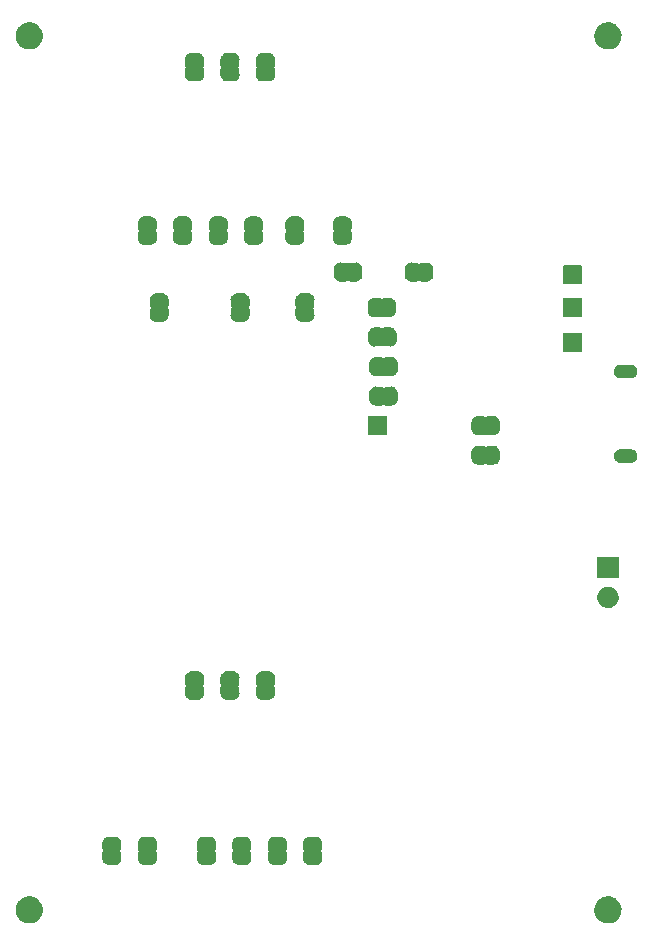
<source format=gbr>
G04 #@! TF.GenerationSoftware,KiCad,Pcbnew,5.99.0-unknown-38f13ef~100~ubuntu18.04.1*
G04 #@! TF.CreationDate,2020-01-22T11:40:01-08:00*
G04 #@! TF.ProjectId,board_esp32,626f6172-645f-4657-9370-33322e6b6963,rev?*
G04 #@! TF.SameCoordinates,Original*
G04 #@! TF.FileFunction,Soldermask,Bot*
G04 #@! TF.FilePolarity,Negative*
%FSLAX46Y46*%
G04 Gerber Fmt 4.6, Leading zero omitted, Abs format (unit mm)*
G04 Created by KiCad (PCBNEW 5.99.0-unknown-38f13ef~100~ubuntu18.04.1) date 2020-01-22 11:40:01*
%MOMM*%
%LPD*%
G04 APERTURE LIST*
G04 APERTURE END LIST*
G36*
X62042240Y-85847018D02*
G01*
X62066523Y-85846255D01*
X62144421Y-85857758D01*
X62225511Y-85866281D01*
X62248746Y-85873164D01*
X62269783Y-85876270D01*
X62347281Y-85902351D01*
X62428338Y-85926361D01*
X62447232Y-85935988D01*
X62464517Y-85941805D01*
X62538826Y-85982657D01*
X62616821Y-86022398D01*
X62631247Y-86033467D01*
X62644561Y-86040787D01*
X62712810Y-86096053D01*
X62784646Y-86151175D01*
X62794781Y-86162431D01*
X62804238Y-86170089D01*
X62863628Y-86238894D01*
X62926193Y-86308379D01*
X62932525Y-86318712D01*
X62938493Y-86325626D01*
X62986322Y-86406500D01*
X63036722Y-86488745D01*
X63039978Y-86497227D01*
X63043084Y-86502479D01*
X63076959Y-86593567D01*
X63112531Y-86686234D01*
X63113633Y-86692178D01*
X63114700Y-86695048D01*
X63132497Y-86793960D01*
X63151081Y-86894231D01*
X63143968Y-87165867D01*
X63120159Y-87265038D01*
X63097214Y-87362864D01*
X63095999Y-87365671D01*
X63094585Y-87371562D01*
X63054163Y-87462352D01*
X63015613Y-87551436D01*
X63012237Y-87556517D01*
X63008544Y-87564812D01*
X62953925Y-87644283D01*
X62901911Y-87722570D01*
X62895589Y-87729162D01*
X62888727Y-87739147D01*
X62822616Y-87805258D01*
X62759704Y-87870862D01*
X62749860Y-87878014D01*
X62739147Y-87888727D01*
X62664537Y-87940005D01*
X62593480Y-87991631D01*
X62579795Y-87998247D01*
X62564812Y-88008544D01*
X62484825Y-88044157D01*
X62408493Y-88081057D01*
X62390937Y-88085959D01*
X62371562Y-88094585D01*
X62289347Y-88114323D01*
X62210602Y-88136309D01*
X62189435Y-88138310D01*
X62165867Y-88143968D01*
X62084420Y-88148236D01*
X62006054Y-88155644D01*
X61981852Y-88153612D01*
X61954618Y-88155039D01*
X61876725Y-88144784D01*
X61801308Y-88138451D01*
X61774922Y-88131381D01*
X61744889Y-88127427D01*
X61673044Y-88104083D01*
X61602843Y-88085273D01*
X61575382Y-88072351D01*
X61543704Y-88062058D01*
X61479966Y-88027451D01*
X61416937Y-87997792D01*
X61389732Y-87978459D01*
X61357800Y-87961121D01*
X61303773Y-87917371D01*
X61249459Y-87878772D01*
X61223990Y-87852764D01*
X61193403Y-87827995D01*
X61150210Y-87777422D01*
X61105705Y-87731975D01*
X61083543Y-87699364D01*
X61056020Y-87667139D01*
X61024271Y-87612149D01*
X60990216Y-87562038D01*
X60972950Y-87523259D01*
X60950250Y-87483941D01*
X60930060Y-87426926D01*
X60906647Y-87374340D01*
X60895800Y-87330178D01*
X60879637Y-87284536D01*
X60870647Y-87227775D01*
X60857636Y-87174804D01*
X60854591Y-87126401D01*
X60846545Y-87075601D01*
X60847970Y-87021164D01*
X60844736Y-86969752D01*
X60850656Y-86918584D01*
X60852082Y-86864135D01*
X60862779Y-86813810D01*
X60868352Y-86765644D01*
X60884114Y-86713436D01*
X60896064Y-86657219D01*
X60914594Y-86612483D01*
X60927736Y-86568955D01*
X60953864Y-86517676D01*
X60977016Y-86461782D01*
X61001750Y-86423695D01*
X61021016Y-86385884D01*
X61057638Y-86337636D01*
X61092229Y-86284371D01*
X61121405Y-86253626D01*
X61145237Y-86222228D01*
X61192046Y-86179185D01*
X61237842Y-86130926D01*
X61269697Y-86107782D01*
X61296482Y-86083152D01*
X61352722Y-86047461D01*
X61408981Y-86006586D01*
X61441783Y-85990940D01*
X61469956Y-85973061D01*
X61534433Y-85946748D01*
X61599913Y-85915516D01*
X61632097Y-85906892D01*
X61660192Y-85895427D01*
X61731272Y-85880319D01*
X61804244Y-85860766D01*
X61834442Y-85858389D01*
X61861162Y-85852710D01*
X61936826Y-85850332D01*
X62015131Y-85844169D01*
X62042240Y-85847018D01*
G37*
G36*
X13042240Y-85847018D02*
G01*
X13066523Y-85846255D01*
X13144421Y-85857758D01*
X13225511Y-85866281D01*
X13248746Y-85873164D01*
X13269783Y-85876270D01*
X13347281Y-85902351D01*
X13428338Y-85926361D01*
X13447232Y-85935988D01*
X13464517Y-85941805D01*
X13538826Y-85982657D01*
X13616821Y-86022398D01*
X13631247Y-86033467D01*
X13644561Y-86040787D01*
X13712810Y-86096053D01*
X13784646Y-86151175D01*
X13794781Y-86162431D01*
X13804238Y-86170089D01*
X13863628Y-86238894D01*
X13926193Y-86308379D01*
X13932525Y-86318712D01*
X13938493Y-86325626D01*
X13986322Y-86406500D01*
X14036722Y-86488745D01*
X14039978Y-86497227D01*
X14043084Y-86502479D01*
X14076959Y-86593567D01*
X14112531Y-86686234D01*
X14113633Y-86692178D01*
X14114700Y-86695048D01*
X14132497Y-86793960D01*
X14151081Y-86894231D01*
X14143968Y-87165867D01*
X14120159Y-87265038D01*
X14097214Y-87362864D01*
X14095999Y-87365671D01*
X14094585Y-87371562D01*
X14054163Y-87462352D01*
X14015613Y-87551436D01*
X14012237Y-87556517D01*
X14008544Y-87564812D01*
X13953925Y-87644283D01*
X13901911Y-87722570D01*
X13895589Y-87729162D01*
X13888727Y-87739147D01*
X13822616Y-87805258D01*
X13759704Y-87870862D01*
X13749860Y-87878014D01*
X13739147Y-87888727D01*
X13664537Y-87940005D01*
X13593480Y-87991631D01*
X13579795Y-87998247D01*
X13564812Y-88008544D01*
X13484825Y-88044157D01*
X13408493Y-88081057D01*
X13390937Y-88085959D01*
X13371562Y-88094585D01*
X13289347Y-88114323D01*
X13210602Y-88136309D01*
X13189435Y-88138310D01*
X13165867Y-88143968D01*
X13084420Y-88148236D01*
X13006054Y-88155644D01*
X12981852Y-88153612D01*
X12954618Y-88155039D01*
X12876725Y-88144784D01*
X12801308Y-88138451D01*
X12774922Y-88131381D01*
X12744889Y-88127427D01*
X12673044Y-88104083D01*
X12602843Y-88085273D01*
X12575382Y-88072351D01*
X12543704Y-88062058D01*
X12479966Y-88027451D01*
X12416937Y-87997792D01*
X12389732Y-87978459D01*
X12357800Y-87961121D01*
X12303773Y-87917371D01*
X12249459Y-87878772D01*
X12223990Y-87852764D01*
X12193403Y-87827995D01*
X12150210Y-87777422D01*
X12105705Y-87731975D01*
X12083543Y-87699364D01*
X12056020Y-87667139D01*
X12024271Y-87612149D01*
X11990216Y-87562038D01*
X11972950Y-87523259D01*
X11950250Y-87483941D01*
X11930060Y-87426926D01*
X11906647Y-87374340D01*
X11895800Y-87330178D01*
X11879637Y-87284536D01*
X11870647Y-87227775D01*
X11857636Y-87174804D01*
X11854591Y-87126401D01*
X11846545Y-87075601D01*
X11847970Y-87021164D01*
X11844736Y-86969752D01*
X11850656Y-86918584D01*
X11852082Y-86864135D01*
X11862779Y-86813810D01*
X11868352Y-86765644D01*
X11884114Y-86713436D01*
X11896064Y-86657219D01*
X11914594Y-86612483D01*
X11927736Y-86568955D01*
X11953864Y-86517676D01*
X11977016Y-86461782D01*
X12001750Y-86423695D01*
X12021016Y-86385884D01*
X12057638Y-86337636D01*
X12092229Y-86284371D01*
X12121405Y-86253626D01*
X12145237Y-86222228D01*
X12192046Y-86179185D01*
X12237842Y-86130926D01*
X12269697Y-86107782D01*
X12296482Y-86083152D01*
X12352722Y-86047461D01*
X12408981Y-86006586D01*
X12441783Y-85990940D01*
X12469956Y-85973061D01*
X12534433Y-85946748D01*
X12599913Y-85915516D01*
X12632097Y-85906892D01*
X12660192Y-85895427D01*
X12731272Y-85880319D01*
X12804244Y-85860766D01*
X12834442Y-85858389D01*
X12861162Y-85852710D01*
X12936826Y-85850332D01*
X13015131Y-85844169D01*
X13042240Y-85847018D01*
G37*
G36*
X31319475Y-80796321D02*
G01*
X31352153Y-80801410D01*
X31472082Y-80838075D01*
X31502015Y-80852128D01*
X31606838Y-80920985D01*
X31631621Y-80942873D01*
X31712903Y-81038378D01*
X31730553Y-81066351D01*
X31781760Y-81180825D01*
X31790848Y-81212625D01*
X31807868Y-81336868D01*
X31807665Y-81369943D01*
X31805821Y-81382284D01*
X31804448Y-81400761D01*
X31804447Y-81837688D01*
X31801998Y-81849999D01*
X31801998Y-81850000D01*
X31798040Y-81869899D01*
X31786768Y-81886769D01*
X31772852Y-81896067D01*
X31727685Y-81950111D01*
X31718907Y-82019994D01*
X31772850Y-82103932D01*
X31786769Y-82113232D01*
X31786770Y-82113233D01*
X31798041Y-82130102D01*
X31804448Y-82162313D01*
X31804448Y-82603386D01*
X31805605Y-82620351D01*
X31807868Y-82636868D01*
X31807665Y-82669943D01*
X31789128Y-82793975D01*
X31779653Y-82825659D01*
X31727052Y-82939498D01*
X31709059Y-82967258D01*
X31626619Y-83061759D01*
X31601567Y-83083346D01*
X31495917Y-83150911D01*
X31465809Y-83164600D01*
X31345803Y-83199692D01*
X31311660Y-83204369D01*
X31255421Y-83203682D01*
X31247129Y-83204448D01*
X30821744Y-83204447D01*
X30821744Y-83207813D01*
X30820907Y-83207690D01*
X30820946Y-83204482D01*
X30818818Y-83204456D01*
X30817291Y-83204447D01*
X30755405Y-83204447D01*
X30747123Y-83203580D01*
X30674817Y-83202697D01*
X30640789Y-83197185D01*
X30521682Y-83159173D01*
X30491918Y-83144753D01*
X30387952Y-83074627D01*
X30363428Y-83052429D01*
X30283322Y-82955941D01*
X30266021Y-82927763D01*
X30216215Y-82812670D01*
X30207515Y-82780760D01*
X30192014Y-82656305D01*
X30192620Y-82623247D01*
X30193944Y-82615071D01*
X30195552Y-82595086D01*
X30195553Y-82162312D01*
X30201960Y-82130101D01*
X30213232Y-82113231D01*
X30227148Y-82103932D01*
X30272315Y-82049889D01*
X30281093Y-81980006D01*
X30227150Y-81896068D01*
X30213231Y-81886768D01*
X30201959Y-81869898D01*
X30198001Y-81849999D01*
X30195552Y-81837687D01*
X30195552Y-81392468D01*
X30194594Y-81377018D01*
X30192014Y-81356306D01*
X30192620Y-81323247D01*
X30212670Y-81199448D01*
X30222532Y-81167884D01*
X30276522Y-81054691D01*
X30294846Y-81027163D01*
X30378440Y-80933670D01*
X30403752Y-80912393D01*
X30510225Y-80846120D01*
X30540494Y-80832802D01*
X30661280Y-80799077D01*
X30694077Y-80794788D01*
X30755876Y-80795543D01*
X30757403Y-80795552D01*
X31180090Y-80795553D01*
X31192177Y-80794766D01*
X31319475Y-80796321D01*
G37*
G36*
X34319475Y-80796321D02*
G01*
X34352153Y-80801410D01*
X34472082Y-80838075D01*
X34502015Y-80852128D01*
X34606838Y-80920985D01*
X34631621Y-80942873D01*
X34712903Y-81038378D01*
X34730553Y-81066351D01*
X34781760Y-81180825D01*
X34790848Y-81212625D01*
X34807868Y-81336868D01*
X34807665Y-81369943D01*
X34805821Y-81382284D01*
X34804448Y-81400761D01*
X34804447Y-81837688D01*
X34801998Y-81849999D01*
X34801998Y-81850000D01*
X34798040Y-81869899D01*
X34786768Y-81886769D01*
X34772852Y-81896067D01*
X34727685Y-81950111D01*
X34718907Y-82019994D01*
X34772850Y-82103932D01*
X34786769Y-82113232D01*
X34786770Y-82113233D01*
X34798041Y-82130102D01*
X34804448Y-82162313D01*
X34804448Y-82603386D01*
X34805605Y-82620351D01*
X34807868Y-82636868D01*
X34807665Y-82669943D01*
X34789128Y-82793975D01*
X34779653Y-82825659D01*
X34727052Y-82939498D01*
X34709059Y-82967258D01*
X34626619Y-83061759D01*
X34601567Y-83083346D01*
X34495917Y-83150911D01*
X34465809Y-83164600D01*
X34345803Y-83199692D01*
X34311660Y-83204369D01*
X34255421Y-83203682D01*
X34247129Y-83204448D01*
X33821744Y-83204447D01*
X33821744Y-83207813D01*
X33820907Y-83207690D01*
X33820946Y-83204482D01*
X33818818Y-83204456D01*
X33817291Y-83204447D01*
X33755405Y-83204447D01*
X33747123Y-83203580D01*
X33674817Y-83202697D01*
X33640789Y-83197185D01*
X33521682Y-83159173D01*
X33491918Y-83144753D01*
X33387952Y-83074627D01*
X33363428Y-83052429D01*
X33283322Y-82955941D01*
X33266021Y-82927763D01*
X33216215Y-82812670D01*
X33207515Y-82780760D01*
X33192014Y-82656305D01*
X33192620Y-82623247D01*
X33193944Y-82615071D01*
X33195552Y-82595086D01*
X33195553Y-82162312D01*
X33201960Y-82130101D01*
X33213232Y-82113231D01*
X33227148Y-82103932D01*
X33272315Y-82049889D01*
X33281093Y-81980006D01*
X33227150Y-81896068D01*
X33213231Y-81886768D01*
X33201959Y-81869898D01*
X33198001Y-81849999D01*
X33195552Y-81837687D01*
X33195552Y-81392468D01*
X33194594Y-81377018D01*
X33192014Y-81356306D01*
X33192620Y-81323247D01*
X33212670Y-81199448D01*
X33222532Y-81167884D01*
X33276522Y-81054691D01*
X33294846Y-81027163D01*
X33378440Y-80933670D01*
X33403752Y-80912393D01*
X33510225Y-80846120D01*
X33540494Y-80832802D01*
X33661280Y-80799077D01*
X33694077Y-80794788D01*
X33755876Y-80795543D01*
X33757403Y-80795552D01*
X34180090Y-80795553D01*
X34192177Y-80794766D01*
X34319475Y-80796321D01*
G37*
G36*
X37319475Y-80796321D02*
G01*
X37352153Y-80801410D01*
X37472082Y-80838075D01*
X37502015Y-80852128D01*
X37606838Y-80920985D01*
X37631621Y-80942873D01*
X37712903Y-81038378D01*
X37730553Y-81066351D01*
X37781760Y-81180825D01*
X37790848Y-81212625D01*
X37807868Y-81336868D01*
X37807665Y-81369943D01*
X37805821Y-81382284D01*
X37804448Y-81400761D01*
X37804447Y-81837688D01*
X37801998Y-81849999D01*
X37801998Y-81850000D01*
X37798040Y-81869899D01*
X37786768Y-81886769D01*
X37772852Y-81896067D01*
X37727685Y-81950111D01*
X37718907Y-82019994D01*
X37772850Y-82103932D01*
X37786769Y-82113232D01*
X37786770Y-82113233D01*
X37798041Y-82130102D01*
X37804448Y-82162313D01*
X37804448Y-82603386D01*
X37805605Y-82620351D01*
X37807868Y-82636868D01*
X37807665Y-82669943D01*
X37789128Y-82793975D01*
X37779653Y-82825659D01*
X37727052Y-82939498D01*
X37709059Y-82967258D01*
X37626619Y-83061759D01*
X37601567Y-83083346D01*
X37495917Y-83150911D01*
X37465809Y-83164600D01*
X37345803Y-83199692D01*
X37311660Y-83204369D01*
X37255421Y-83203682D01*
X37247129Y-83204448D01*
X36821744Y-83204447D01*
X36821744Y-83207813D01*
X36820907Y-83207690D01*
X36820946Y-83204482D01*
X36818818Y-83204456D01*
X36817291Y-83204447D01*
X36755405Y-83204447D01*
X36747123Y-83203580D01*
X36674817Y-83202697D01*
X36640789Y-83197185D01*
X36521682Y-83159173D01*
X36491918Y-83144753D01*
X36387952Y-83074627D01*
X36363428Y-83052429D01*
X36283322Y-82955941D01*
X36266021Y-82927763D01*
X36216215Y-82812670D01*
X36207515Y-82780760D01*
X36192014Y-82656305D01*
X36192620Y-82623247D01*
X36193944Y-82615071D01*
X36195552Y-82595086D01*
X36195553Y-82162312D01*
X36201960Y-82130101D01*
X36213232Y-82113231D01*
X36227148Y-82103932D01*
X36272315Y-82049889D01*
X36281093Y-81980006D01*
X36227150Y-81896068D01*
X36213231Y-81886768D01*
X36201959Y-81869898D01*
X36198001Y-81849999D01*
X36195552Y-81837687D01*
X36195552Y-81392468D01*
X36194594Y-81377018D01*
X36192014Y-81356306D01*
X36192620Y-81323247D01*
X36212670Y-81199448D01*
X36222532Y-81167884D01*
X36276522Y-81054691D01*
X36294846Y-81027163D01*
X36378440Y-80933670D01*
X36403752Y-80912393D01*
X36510225Y-80846120D01*
X36540494Y-80832802D01*
X36661280Y-80799077D01*
X36694077Y-80794788D01*
X36755876Y-80795543D01*
X36757403Y-80795552D01*
X37180090Y-80795553D01*
X37192177Y-80794766D01*
X37319475Y-80796321D01*
G37*
G36*
X23179093Y-80792309D02*
G01*
X23179054Y-80795517D01*
X23181182Y-80795543D01*
X23182709Y-80795552D01*
X23244595Y-80795552D01*
X23252877Y-80796419D01*
X23325183Y-80797302D01*
X23359211Y-80802814D01*
X23478322Y-80840827D01*
X23508077Y-80855243D01*
X23612052Y-80925376D01*
X23636572Y-80947570D01*
X23716678Y-81044059D01*
X23733979Y-81072237D01*
X23783785Y-81187330D01*
X23792485Y-81219240D01*
X23807986Y-81343695D01*
X23807380Y-81376753D01*
X23806056Y-81384929D01*
X23804448Y-81404914D01*
X23804448Y-81837688D01*
X23798041Y-81869899D01*
X23786769Y-81886769D01*
X23772853Y-81896067D01*
X23727686Y-81950111D01*
X23718908Y-82019994D01*
X23772851Y-82103932D01*
X23786769Y-82113232D01*
X23798042Y-82130103D01*
X23804448Y-82162310D01*
X23804448Y-82607532D01*
X23805406Y-82622982D01*
X23807986Y-82643694D01*
X23807380Y-82676753D01*
X23787330Y-82800552D01*
X23777468Y-82832116D01*
X23723478Y-82945309D01*
X23705154Y-82972837D01*
X23621560Y-83066331D01*
X23596249Y-83087607D01*
X23489775Y-83153881D01*
X23459507Y-83167199D01*
X23338718Y-83200924D01*
X23305927Y-83205212D01*
X23244124Y-83204457D01*
X23242597Y-83204448D01*
X22819910Y-83204448D01*
X22807823Y-83205235D01*
X22680525Y-83203680D01*
X22647847Y-83198591D01*
X22527921Y-83161927D01*
X22497977Y-83147868D01*
X22393165Y-83079018D01*
X22368379Y-83057127D01*
X22287097Y-82961622D01*
X22269447Y-82933649D01*
X22218240Y-82819175D01*
X22209152Y-82787375D01*
X22192132Y-82663132D01*
X22192335Y-82630057D01*
X22194179Y-82617716D01*
X22195552Y-82599239D01*
X22195552Y-82162312D01*
X22201959Y-82130101D01*
X22213231Y-82113231D01*
X22227147Y-82103933D01*
X22272314Y-82049889D01*
X22281092Y-81980006D01*
X22227149Y-81896068D01*
X22213231Y-81886768D01*
X22201958Y-81869897D01*
X22195552Y-81837690D01*
X22195552Y-81396614D01*
X22194395Y-81379649D01*
X22192132Y-81363132D01*
X22192335Y-81330057D01*
X22210872Y-81206025D01*
X22220347Y-81174341D01*
X22272950Y-81060498D01*
X22290937Y-81032746D01*
X22373380Y-80938240D01*
X22398432Y-80916655D01*
X22504082Y-80849089D01*
X22534190Y-80835400D01*
X22654196Y-80800308D01*
X22688340Y-80795631D01*
X22744579Y-80796318D01*
X22752871Y-80795552D01*
X23178256Y-80795552D01*
X23178256Y-80792186D01*
X23179093Y-80792309D01*
G37*
G36*
X28179093Y-80792309D02*
G01*
X28179054Y-80795517D01*
X28181182Y-80795543D01*
X28182709Y-80795552D01*
X28244595Y-80795552D01*
X28252877Y-80796419D01*
X28325183Y-80797302D01*
X28359211Y-80802814D01*
X28478322Y-80840827D01*
X28508077Y-80855243D01*
X28612052Y-80925376D01*
X28636572Y-80947570D01*
X28716678Y-81044059D01*
X28733979Y-81072237D01*
X28783785Y-81187330D01*
X28792485Y-81219240D01*
X28807986Y-81343695D01*
X28807380Y-81376753D01*
X28806056Y-81384929D01*
X28804448Y-81404914D01*
X28804448Y-81837688D01*
X28798041Y-81869899D01*
X28786769Y-81886769D01*
X28772853Y-81896067D01*
X28727686Y-81950111D01*
X28718908Y-82019994D01*
X28772851Y-82103932D01*
X28786769Y-82113232D01*
X28798042Y-82130103D01*
X28804448Y-82162310D01*
X28804448Y-82607532D01*
X28805406Y-82622982D01*
X28807986Y-82643694D01*
X28807380Y-82676753D01*
X28787330Y-82800552D01*
X28777468Y-82832116D01*
X28723478Y-82945309D01*
X28705154Y-82972837D01*
X28621560Y-83066331D01*
X28596249Y-83087607D01*
X28489775Y-83153881D01*
X28459507Y-83167199D01*
X28338718Y-83200924D01*
X28305927Y-83205212D01*
X28244124Y-83204457D01*
X28242597Y-83204448D01*
X27819910Y-83204448D01*
X27807823Y-83205235D01*
X27680525Y-83203680D01*
X27647847Y-83198591D01*
X27527921Y-83161927D01*
X27497977Y-83147868D01*
X27393165Y-83079018D01*
X27368379Y-83057127D01*
X27287097Y-82961622D01*
X27269447Y-82933649D01*
X27218240Y-82819175D01*
X27209152Y-82787375D01*
X27192132Y-82663132D01*
X27192335Y-82630057D01*
X27194179Y-82617716D01*
X27195552Y-82599239D01*
X27195552Y-82162312D01*
X27201959Y-82130101D01*
X27213231Y-82113231D01*
X27227147Y-82103933D01*
X27272314Y-82049889D01*
X27281092Y-81980006D01*
X27227149Y-81896068D01*
X27213231Y-81886768D01*
X27201958Y-81869897D01*
X27195552Y-81837690D01*
X27195552Y-81396614D01*
X27194395Y-81379649D01*
X27192132Y-81363132D01*
X27192335Y-81330057D01*
X27210872Y-81206025D01*
X27220347Y-81174341D01*
X27272950Y-81060498D01*
X27290937Y-81032746D01*
X27373380Y-80938240D01*
X27398432Y-80916655D01*
X27504082Y-80849089D01*
X27534190Y-80835400D01*
X27654196Y-80800308D01*
X27688340Y-80795631D01*
X27744579Y-80796318D01*
X27752871Y-80795552D01*
X28178256Y-80795552D01*
X28178256Y-80792186D01*
X28179093Y-80792309D01*
G37*
G36*
X20179093Y-80792309D02*
G01*
X20179054Y-80795517D01*
X20181182Y-80795543D01*
X20182709Y-80795552D01*
X20244595Y-80795552D01*
X20252877Y-80796419D01*
X20325183Y-80797302D01*
X20359211Y-80802814D01*
X20478322Y-80840827D01*
X20508077Y-80855243D01*
X20612052Y-80925376D01*
X20636572Y-80947570D01*
X20716678Y-81044059D01*
X20733979Y-81072237D01*
X20783785Y-81187330D01*
X20792485Y-81219240D01*
X20807986Y-81343695D01*
X20807380Y-81376753D01*
X20806056Y-81384929D01*
X20804448Y-81404914D01*
X20804448Y-81837688D01*
X20798041Y-81869899D01*
X20786769Y-81886769D01*
X20772853Y-81896067D01*
X20727686Y-81950111D01*
X20718908Y-82019994D01*
X20772851Y-82103932D01*
X20786769Y-82113232D01*
X20798042Y-82130103D01*
X20804448Y-82162310D01*
X20804448Y-82607532D01*
X20805406Y-82622982D01*
X20807986Y-82643694D01*
X20807380Y-82676753D01*
X20787330Y-82800552D01*
X20777468Y-82832116D01*
X20723478Y-82945309D01*
X20705154Y-82972837D01*
X20621560Y-83066331D01*
X20596249Y-83087607D01*
X20489775Y-83153881D01*
X20459507Y-83167199D01*
X20338718Y-83200924D01*
X20305927Y-83205212D01*
X20244124Y-83204457D01*
X20242597Y-83204448D01*
X19819910Y-83204448D01*
X19807823Y-83205235D01*
X19680525Y-83203680D01*
X19647847Y-83198591D01*
X19527921Y-83161927D01*
X19497977Y-83147868D01*
X19393165Y-83079018D01*
X19368379Y-83057127D01*
X19287097Y-82961622D01*
X19269447Y-82933649D01*
X19218240Y-82819175D01*
X19209152Y-82787375D01*
X19192132Y-82663132D01*
X19192335Y-82630057D01*
X19194179Y-82617716D01*
X19195552Y-82599239D01*
X19195552Y-82162312D01*
X19201959Y-82130101D01*
X19213231Y-82113231D01*
X19227147Y-82103933D01*
X19272314Y-82049889D01*
X19281092Y-81980006D01*
X19227149Y-81896068D01*
X19213231Y-81886768D01*
X19201958Y-81869897D01*
X19195552Y-81837690D01*
X19195552Y-81396614D01*
X19194395Y-81379649D01*
X19192132Y-81363132D01*
X19192335Y-81330057D01*
X19210872Y-81206025D01*
X19220347Y-81174341D01*
X19272950Y-81060498D01*
X19290937Y-81032746D01*
X19373380Y-80938240D01*
X19398432Y-80916655D01*
X19504082Y-80849089D01*
X19534190Y-80835400D01*
X19654196Y-80800308D01*
X19688340Y-80795631D01*
X19744579Y-80796318D01*
X19752871Y-80795552D01*
X20178256Y-80795552D01*
X20178256Y-80792186D01*
X20179093Y-80792309D01*
G37*
G36*
X27319475Y-66796321D02*
G01*
X27352153Y-66801410D01*
X27472082Y-66838075D01*
X27502015Y-66852128D01*
X27606838Y-66920985D01*
X27631621Y-66942873D01*
X27712903Y-67038378D01*
X27730553Y-67066351D01*
X27781760Y-67180825D01*
X27790848Y-67212625D01*
X27807868Y-67336868D01*
X27807665Y-67369943D01*
X27805821Y-67382284D01*
X27804448Y-67400761D01*
X27804447Y-67837688D01*
X27801998Y-67849999D01*
X27801998Y-67850000D01*
X27798040Y-67869899D01*
X27786768Y-67886769D01*
X27772852Y-67896067D01*
X27727685Y-67950111D01*
X27718907Y-68019994D01*
X27772850Y-68103932D01*
X27786769Y-68113232D01*
X27786770Y-68113233D01*
X27798041Y-68130102D01*
X27804448Y-68162313D01*
X27804448Y-68603386D01*
X27805605Y-68620351D01*
X27807868Y-68636868D01*
X27807665Y-68669943D01*
X27789128Y-68793975D01*
X27779653Y-68825659D01*
X27727052Y-68939498D01*
X27709059Y-68967258D01*
X27626619Y-69061759D01*
X27601567Y-69083346D01*
X27495917Y-69150911D01*
X27465809Y-69164600D01*
X27345803Y-69199692D01*
X27311660Y-69204369D01*
X27255421Y-69203682D01*
X27247129Y-69204448D01*
X26821744Y-69204447D01*
X26821744Y-69207813D01*
X26820907Y-69207690D01*
X26820946Y-69204482D01*
X26818818Y-69204456D01*
X26817291Y-69204447D01*
X26755405Y-69204447D01*
X26747123Y-69203580D01*
X26674817Y-69202697D01*
X26640789Y-69197185D01*
X26521682Y-69159173D01*
X26491918Y-69144753D01*
X26387952Y-69074627D01*
X26363428Y-69052429D01*
X26283322Y-68955941D01*
X26266021Y-68927763D01*
X26216215Y-68812670D01*
X26207515Y-68780760D01*
X26192014Y-68656305D01*
X26192620Y-68623247D01*
X26193944Y-68615071D01*
X26195552Y-68595086D01*
X26195553Y-68162312D01*
X26201960Y-68130101D01*
X26213232Y-68113231D01*
X26227148Y-68103932D01*
X26272315Y-68049889D01*
X26281093Y-67980006D01*
X26227150Y-67896068D01*
X26213231Y-67886768D01*
X26201959Y-67869898D01*
X26198001Y-67849999D01*
X26195552Y-67837687D01*
X26195552Y-67392468D01*
X26194594Y-67377018D01*
X26192014Y-67356306D01*
X26192620Y-67323247D01*
X26212670Y-67199448D01*
X26222532Y-67167884D01*
X26276522Y-67054691D01*
X26294846Y-67027163D01*
X26378440Y-66933670D01*
X26403752Y-66912393D01*
X26510225Y-66846120D01*
X26540494Y-66832802D01*
X26661280Y-66799077D01*
X26694077Y-66794788D01*
X26755876Y-66795543D01*
X26757403Y-66795552D01*
X27180090Y-66795553D01*
X27192177Y-66794766D01*
X27319475Y-66796321D01*
G37*
G36*
X33179093Y-66792309D02*
G01*
X33179054Y-66795517D01*
X33181182Y-66795543D01*
X33182709Y-66795552D01*
X33244595Y-66795552D01*
X33252877Y-66796419D01*
X33325183Y-66797302D01*
X33359211Y-66802814D01*
X33478322Y-66840827D01*
X33508077Y-66855243D01*
X33612052Y-66925376D01*
X33636572Y-66947570D01*
X33716678Y-67044059D01*
X33733979Y-67072237D01*
X33783785Y-67187330D01*
X33792485Y-67219240D01*
X33807986Y-67343695D01*
X33807380Y-67376753D01*
X33806056Y-67384929D01*
X33804448Y-67404914D01*
X33804448Y-67837688D01*
X33798041Y-67869899D01*
X33786769Y-67886769D01*
X33772853Y-67896067D01*
X33727686Y-67950111D01*
X33718908Y-68019994D01*
X33772851Y-68103932D01*
X33786769Y-68113232D01*
X33798042Y-68130103D01*
X33804448Y-68162310D01*
X33804448Y-68607532D01*
X33805406Y-68622982D01*
X33807986Y-68643694D01*
X33807380Y-68676753D01*
X33787330Y-68800552D01*
X33777468Y-68832116D01*
X33723478Y-68945309D01*
X33705154Y-68972837D01*
X33621560Y-69066331D01*
X33596249Y-69087607D01*
X33489775Y-69153881D01*
X33459507Y-69167199D01*
X33338718Y-69200924D01*
X33305927Y-69205212D01*
X33244124Y-69204457D01*
X33242597Y-69204448D01*
X32819910Y-69204448D01*
X32807823Y-69205235D01*
X32680525Y-69203680D01*
X32647847Y-69198591D01*
X32527921Y-69161927D01*
X32497977Y-69147868D01*
X32393165Y-69079018D01*
X32368379Y-69057127D01*
X32287097Y-68961622D01*
X32269447Y-68933649D01*
X32218240Y-68819175D01*
X32209152Y-68787375D01*
X32192132Y-68663132D01*
X32192335Y-68630057D01*
X32194179Y-68617716D01*
X32195552Y-68599239D01*
X32195552Y-68162312D01*
X32201959Y-68130101D01*
X32213231Y-68113231D01*
X32227147Y-68103933D01*
X32272314Y-68049889D01*
X32281092Y-67980006D01*
X32227149Y-67896068D01*
X32213231Y-67886768D01*
X32201958Y-67869897D01*
X32195552Y-67837690D01*
X32195552Y-67396614D01*
X32194395Y-67379649D01*
X32192132Y-67363132D01*
X32192335Y-67330057D01*
X32210872Y-67206025D01*
X32220347Y-67174341D01*
X32272950Y-67060498D01*
X32290937Y-67032746D01*
X32373380Y-66938240D01*
X32398432Y-66916655D01*
X32504082Y-66849089D01*
X32534190Y-66835400D01*
X32654196Y-66800308D01*
X32688340Y-66795631D01*
X32744579Y-66796318D01*
X32752871Y-66795552D01*
X33178256Y-66795552D01*
X33178256Y-66792186D01*
X33179093Y-66792309D01*
G37*
G36*
X30179093Y-66792309D02*
G01*
X30179054Y-66795517D01*
X30181182Y-66795543D01*
X30182709Y-66795552D01*
X30244595Y-66795552D01*
X30252877Y-66796419D01*
X30325183Y-66797302D01*
X30359211Y-66802814D01*
X30478322Y-66840827D01*
X30508077Y-66855243D01*
X30612052Y-66925376D01*
X30636572Y-66947570D01*
X30716678Y-67044059D01*
X30733979Y-67072237D01*
X30783785Y-67187330D01*
X30792485Y-67219240D01*
X30807986Y-67343695D01*
X30807380Y-67376753D01*
X30806056Y-67384929D01*
X30804448Y-67404914D01*
X30804448Y-67837688D01*
X30798041Y-67869899D01*
X30786769Y-67886769D01*
X30772853Y-67896067D01*
X30727686Y-67950111D01*
X30718908Y-68019994D01*
X30772851Y-68103932D01*
X30786769Y-68113232D01*
X30798042Y-68130103D01*
X30804448Y-68162310D01*
X30804448Y-68607532D01*
X30805406Y-68622982D01*
X30807986Y-68643694D01*
X30807380Y-68676753D01*
X30787330Y-68800552D01*
X30777468Y-68832116D01*
X30723478Y-68945309D01*
X30705154Y-68972837D01*
X30621560Y-69066331D01*
X30596249Y-69087607D01*
X30489775Y-69153881D01*
X30459507Y-69167199D01*
X30338718Y-69200924D01*
X30305927Y-69205212D01*
X30244124Y-69204457D01*
X30242597Y-69204448D01*
X29819910Y-69204448D01*
X29807823Y-69205235D01*
X29680525Y-69203680D01*
X29647847Y-69198591D01*
X29527921Y-69161927D01*
X29497977Y-69147868D01*
X29393165Y-69079018D01*
X29368379Y-69057127D01*
X29287097Y-68961622D01*
X29269447Y-68933649D01*
X29218240Y-68819175D01*
X29209152Y-68787375D01*
X29192132Y-68663132D01*
X29192335Y-68630057D01*
X29194179Y-68617716D01*
X29195552Y-68599239D01*
X29195552Y-68162312D01*
X29201959Y-68130101D01*
X29213231Y-68113231D01*
X29227147Y-68103933D01*
X29272314Y-68049889D01*
X29281092Y-67980006D01*
X29227149Y-67896068D01*
X29213231Y-67886768D01*
X29201958Y-67869897D01*
X29195552Y-67837690D01*
X29195552Y-67396614D01*
X29194395Y-67379649D01*
X29192132Y-67363132D01*
X29192335Y-67330057D01*
X29210872Y-67206025D01*
X29220347Y-67174341D01*
X29272950Y-67060498D01*
X29290937Y-67032746D01*
X29373380Y-66938240D01*
X29398432Y-66916655D01*
X29504082Y-66849089D01*
X29534190Y-66835400D01*
X29654196Y-66800308D01*
X29688340Y-66795631D01*
X29744579Y-66796318D01*
X29752871Y-66795552D01*
X30178256Y-66795552D01*
X30178256Y-66792186D01*
X30179093Y-66792309D01*
G37*
G36*
X62049902Y-59639283D02*
G01*
X62094637Y-59639595D01*
X62138460Y-59648590D01*
X62188360Y-59653835D01*
X62230132Y-59667408D01*
X62267723Y-59675124D01*
X62314851Y-59694935D01*
X62368488Y-59712363D01*
X62401099Y-59731191D01*
X62430614Y-59743598D01*
X62478301Y-59775763D01*
X62532511Y-59807061D01*
X62555826Y-59828054D01*
X62577101Y-59842404D01*
X62622183Y-59887802D01*
X62673261Y-59933793D01*
X62688003Y-59954083D01*
X62701608Y-59967784D01*
X62740643Y-60026537D01*
X62784586Y-60087019D01*
X62792221Y-60104168D01*
X62799388Y-60114955D01*
X62828865Y-60186472D01*
X62861621Y-60260042D01*
X62864211Y-60272225D01*
X62866724Y-60278323D01*
X62883292Y-60361997D01*
X62900999Y-60445301D01*
X62900999Y-60634699D01*
X62898115Y-60648269D01*
X62898030Y-60654331D01*
X62879342Y-60736585D01*
X62861621Y-60819958D01*
X62859129Y-60825555D01*
X62859078Y-60825780D01*
X62787210Y-60987197D01*
X62787078Y-60987385D01*
X62784586Y-60992981D01*
X62734480Y-61061946D01*
X62685357Y-61131582D01*
X62680585Y-61136126D01*
X62673261Y-61146207D01*
X62613396Y-61200110D01*
X62557396Y-61253438D01*
X62546464Y-61260376D01*
X62532511Y-61272939D01*
X62467764Y-61310321D01*
X62408211Y-61348114D01*
X62390209Y-61355097D01*
X62368488Y-61367637D01*
X62303115Y-61388878D01*
X62243468Y-61412014D01*
X62218200Y-61416469D01*
X62188360Y-61426165D01*
X62126095Y-61432709D01*
X62069460Y-61442695D01*
X62037459Y-61442025D01*
X62000000Y-61445962D01*
X61943902Y-61440066D01*
X61892799Y-61438996D01*
X61855323Y-61430756D01*
X61811640Y-61426165D01*
X61763917Y-61410659D01*
X61720225Y-61401052D01*
X61679230Y-61383142D01*
X61631512Y-61367637D01*
X61593473Y-61345675D01*
X61558310Y-61330313D01*
X61516337Y-61301141D01*
X61467489Y-61272939D01*
X61439504Y-61247741D01*
X61413215Y-61229470D01*
X61373257Y-61188092D01*
X61326739Y-61146207D01*
X61308296Y-61120823D01*
X61290473Y-61102366D01*
X61255821Y-61048597D01*
X61215414Y-60992981D01*
X61205212Y-60970066D01*
X61194754Y-60953839D01*
X61168789Y-60888261D01*
X61138379Y-60819958D01*
X61134476Y-60801596D01*
X61129707Y-60789551D01*
X61115740Y-60713448D01*
X61099001Y-60634699D01*
X61099001Y-60622246D01*
X61097811Y-60615762D01*
X61099001Y-60530535D01*
X61099001Y-60445301D01*
X61100275Y-60439308D01*
X61100278Y-60439077D01*
X61137015Y-60266246D01*
X61137105Y-60266036D01*
X61138379Y-60260042D01*
X61173042Y-60182188D01*
X61206622Y-60103839D01*
X61210348Y-60098397D01*
X61215414Y-60087019D01*
X61262746Y-60021872D01*
X61306452Y-59958041D01*
X61315706Y-59948979D01*
X61326739Y-59933793D01*
X61382297Y-59883769D01*
X61432693Y-59834417D01*
X61448848Y-59823846D01*
X61467489Y-59807061D01*
X61527026Y-59772687D01*
X61580551Y-59737662D01*
X61604340Y-59728050D01*
X61631512Y-59712363D01*
X61691045Y-59693019D01*
X61744376Y-59671472D01*
X61775820Y-59665474D01*
X61811640Y-59653835D01*
X61867744Y-59647938D01*
X61917945Y-59638362D01*
X61956312Y-59638630D01*
X62000000Y-59634038D01*
X62049902Y-59639283D01*
G37*
G36*
X62869899Y-57101959D02*
G01*
X62886769Y-57113231D01*
X62898041Y-57130101D01*
X62904448Y-57162312D01*
X62904448Y-58837688D01*
X62901999Y-58850000D01*
X62898041Y-58869899D01*
X62886769Y-58886769D01*
X62869899Y-58898041D01*
X62850000Y-58901999D01*
X62837688Y-58904448D01*
X61162312Y-58904448D01*
X61130101Y-58898041D01*
X61113231Y-58886769D01*
X61101959Y-58869899D01*
X61095552Y-58837688D01*
X61095552Y-57162312D01*
X61101959Y-57130101D01*
X61113231Y-57113231D01*
X61130101Y-57101959D01*
X61162312Y-57095552D01*
X62837688Y-57095552D01*
X62869899Y-57101959D01*
G37*
G36*
X52319943Y-47692335D02*
G01*
X52443975Y-47710872D01*
X52475659Y-47720347D01*
X52589502Y-47772950D01*
X52617254Y-47790937D01*
X52711760Y-47873380D01*
X52733345Y-47898432D01*
X52800911Y-48004082D01*
X52814600Y-48034190D01*
X52849692Y-48154196D01*
X52854369Y-48188339D01*
X52853682Y-48244578D01*
X52854448Y-48252870D01*
X52854448Y-48678256D01*
X52857814Y-48678256D01*
X52857691Y-48679093D01*
X52854483Y-48679054D01*
X52854457Y-48681182D01*
X52854448Y-48682709D01*
X52854448Y-48744595D01*
X52853581Y-48752877D01*
X52852698Y-48825183D01*
X52847186Y-48859211D01*
X52809174Y-48978318D01*
X52794754Y-49008082D01*
X52724628Y-49112048D01*
X52702430Y-49136572D01*
X52605942Y-49216678D01*
X52577764Y-49233979D01*
X52462671Y-49283785D01*
X52430761Y-49292485D01*
X52306305Y-49307986D01*
X52273247Y-49307380D01*
X52265071Y-49306056D01*
X52245086Y-49304448D01*
X51812312Y-49304448D01*
X51780101Y-49298041D01*
X51763231Y-49286769D01*
X51761039Y-49283488D01*
X51753932Y-49272853D01*
X51699889Y-49227686D01*
X51630006Y-49218908D01*
X51546067Y-49272853D01*
X51536769Y-49286769D01*
X51519899Y-49298041D01*
X51500000Y-49301999D01*
X51487688Y-49304448D01*
X51042468Y-49304448D01*
X51027019Y-49305406D01*
X51006306Y-49307986D01*
X50973247Y-49307380D01*
X50849448Y-49287330D01*
X50817884Y-49277468D01*
X50704691Y-49223478D01*
X50677163Y-49205154D01*
X50583669Y-49121560D01*
X50562393Y-49096249D01*
X50496120Y-48989776D01*
X50482802Y-48959507D01*
X50449077Y-48838721D01*
X50444788Y-48805924D01*
X50445543Y-48744125D01*
X50445552Y-48742598D01*
X50445552Y-48319910D01*
X50444765Y-48307823D01*
X50446320Y-48180525D01*
X50451409Y-48147847D01*
X50488074Y-48027918D01*
X50502127Y-47997985D01*
X50570984Y-47893162D01*
X50592872Y-47868379D01*
X50688377Y-47787097D01*
X50716350Y-47769447D01*
X50830824Y-47718240D01*
X50862624Y-47709152D01*
X50986868Y-47692132D01*
X51019943Y-47692335D01*
X51032284Y-47694179D01*
X51050761Y-47695552D01*
X51487688Y-47695552D01*
X51519899Y-47701959D01*
X51536769Y-47713231D01*
X51546067Y-47727147D01*
X51600111Y-47772314D01*
X51669994Y-47781092D01*
X51753933Y-47727147D01*
X51763231Y-47713231D01*
X51780101Y-47701959D01*
X51812312Y-47695552D01*
X52253386Y-47695552D01*
X52270350Y-47694395D01*
X52286867Y-47692132D01*
X52319943Y-47692335D01*
G37*
G36*
X64075366Y-48013826D02*
G01*
X64138358Y-48039918D01*
X64199189Y-48063635D01*
X64204317Y-48067239D01*
X64215485Y-48071865D01*
X64265441Y-48110198D01*
X64313254Y-48143801D01*
X64321393Y-48153131D01*
X64335808Y-48164192D01*
X64370630Y-48209573D01*
X64404902Y-48248860D01*
X64413381Y-48265287D01*
X64428135Y-48284515D01*
X64447761Y-48331895D01*
X64468846Y-48372747D01*
X64474587Y-48396660D01*
X64486174Y-48424634D01*
X64492089Y-48469562D01*
X64501391Y-48508309D01*
X64501230Y-48538998D01*
X64505970Y-48575000D01*
X64500838Y-48613984D01*
X64500661Y-48647722D01*
X64491699Y-48683403D01*
X64486174Y-48725366D01*
X64473430Y-48756134D01*
X64466697Y-48782937D01*
X64446624Y-48820848D01*
X64428135Y-48865485D01*
X64411537Y-48887116D01*
X64401459Y-48906150D01*
X64368833Y-48942768D01*
X64335808Y-48985808D01*
X64318987Y-48998715D01*
X64308717Y-49010242D01*
X64263164Y-49041549D01*
X64215485Y-49078135D01*
X64201508Y-49083924D01*
X64193819Y-49089209D01*
X64136044Y-49111040D01*
X64075366Y-49136174D01*
X64066410Y-49137353D01*
X64063409Y-49138487D01*
X63993986Y-49146888D01*
X63962751Y-49151000D01*
X63037249Y-49151000D01*
X62924634Y-49136174D01*
X62861642Y-49110082D01*
X62800811Y-49086365D01*
X62795683Y-49082761D01*
X62784515Y-49078135D01*
X62734559Y-49039802D01*
X62686746Y-49006199D01*
X62678607Y-48996869D01*
X62664192Y-48985808D01*
X62629370Y-48940427D01*
X62595098Y-48901140D01*
X62586619Y-48884713D01*
X62571865Y-48865485D01*
X62552239Y-48818105D01*
X62531154Y-48777253D01*
X62525413Y-48753340D01*
X62513826Y-48725366D01*
X62507911Y-48680438D01*
X62498609Y-48641691D01*
X62498770Y-48611002D01*
X62494030Y-48575000D01*
X62499162Y-48536016D01*
X62499339Y-48502278D01*
X62508301Y-48466597D01*
X62513826Y-48424634D01*
X62526570Y-48393866D01*
X62533303Y-48367063D01*
X62553376Y-48329152D01*
X62571865Y-48284515D01*
X62588463Y-48262884D01*
X62598541Y-48243850D01*
X62631167Y-48207232D01*
X62664192Y-48164192D01*
X62681013Y-48151285D01*
X62691283Y-48139758D01*
X62736836Y-48108451D01*
X62784515Y-48071865D01*
X62798492Y-48066076D01*
X62806181Y-48060791D01*
X62863956Y-48038960D01*
X62924634Y-48013826D01*
X62933590Y-48012647D01*
X62936591Y-48011513D01*
X63006014Y-48003112D01*
X63037249Y-47999000D01*
X63962751Y-47999000D01*
X64075366Y-48013826D01*
G37*
G36*
X52319943Y-45192335D02*
G01*
X52443975Y-45210872D01*
X52475659Y-45220347D01*
X52589502Y-45272950D01*
X52617254Y-45290937D01*
X52711760Y-45373380D01*
X52733345Y-45398432D01*
X52800911Y-45504082D01*
X52814600Y-45534190D01*
X52849692Y-45654196D01*
X52854369Y-45688339D01*
X52853682Y-45744578D01*
X52854448Y-45752870D01*
X52854448Y-46178256D01*
X52857814Y-46178256D01*
X52857691Y-46179093D01*
X52854483Y-46179054D01*
X52854457Y-46181182D01*
X52854448Y-46182709D01*
X52854448Y-46244595D01*
X52853581Y-46252877D01*
X52852698Y-46325183D01*
X52847186Y-46359211D01*
X52809174Y-46478318D01*
X52794754Y-46508082D01*
X52724628Y-46612048D01*
X52702430Y-46636572D01*
X52605942Y-46716678D01*
X52577764Y-46733979D01*
X52462671Y-46783785D01*
X52430761Y-46792485D01*
X52306305Y-46807986D01*
X52273247Y-46807380D01*
X52265071Y-46806056D01*
X52245086Y-46804448D01*
X51812312Y-46804448D01*
X51780101Y-46798041D01*
X51763231Y-46786769D01*
X51761039Y-46783488D01*
X51753932Y-46772853D01*
X51699889Y-46727686D01*
X51630006Y-46718908D01*
X51546067Y-46772853D01*
X51536769Y-46786769D01*
X51519899Y-46798041D01*
X51500000Y-46801999D01*
X51487688Y-46804448D01*
X51042468Y-46804448D01*
X51027019Y-46805406D01*
X51006306Y-46807986D01*
X50973247Y-46807380D01*
X50849448Y-46787330D01*
X50817884Y-46777468D01*
X50704691Y-46723478D01*
X50677163Y-46705154D01*
X50583669Y-46621560D01*
X50562393Y-46596249D01*
X50496120Y-46489776D01*
X50482802Y-46459507D01*
X50449077Y-46338721D01*
X50444788Y-46305924D01*
X50445543Y-46244125D01*
X50445552Y-46242598D01*
X50445552Y-45819910D01*
X50444765Y-45807823D01*
X50446320Y-45680525D01*
X50451409Y-45647847D01*
X50488074Y-45527918D01*
X50502127Y-45497985D01*
X50570984Y-45393162D01*
X50592872Y-45368379D01*
X50688377Y-45287097D01*
X50716350Y-45269447D01*
X50830824Y-45218240D01*
X50862624Y-45209152D01*
X50986868Y-45192132D01*
X51019943Y-45192335D01*
X51032284Y-45194179D01*
X51050761Y-45195552D01*
X51487688Y-45195552D01*
X51519899Y-45201959D01*
X51536769Y-45213231D01*
X51546067Y-45227147D01*
X51600111Y-45272314D01*
X51669994Y-45281092D01*
X51753933Y-45227147D01*
X51763231Y-45213231D01*
X51780101Y-45201959D01*
X51812312Y-45195552D01*
X52253386Y-45195552D01*
X52270350Y-45194395D01*
X52286867Y-45192132D01*
X52319943Y-45192335D01*
G37*
G36*
X43269899Y-45201959D02*
G01*
X43286769Y-45213231D01*
X43298041Y-45230101D01*
X43304448Y-45262312D01*
X43304448Y-46737688D01*
X43301999Y-46750000D01*
X43298041Y-46769899D01*
X43286769Y-46786769D01*
X43269899Y-46798041D01*
X43250000Y-46801999D01*
X43237688Y-46804448D01*
X41762312Y-46804448D01*
X41730101Y-46798041D01*
X41713231Y-46786769D01*
X41701959Y-46769899D01*
X41695552Y-46737688D01*
X41695552Y-45262312D01*
X41701959Y-45230101D01*
X41713231Y-45213231D01*
X41730101Y-45201959D01*
X41762312Y-45195552D01*
X43237688Y-45195552D01*
X43269899Y-45201959D01*
G37*
G36*
X43676753Y-42692620D02*
G01*
X43800552Y-42712670D01*
X43832116Y-42722532D01*
X43945309Y-42776522D01*
X43972837Y-42794846D01*
X44066331Y-42878440D01*
X44087607Y-42903751D01*
X44153880Y-43010224D01*
X44167198Y-43040494D01*
X44200923Y-43161280D01*
X44205212Y-43194077D01*
X44204457Y-43255876D01*
X44204448Y-43257403D01*
X44204448Y-43680090D01*
X44205235Y-43692184D01*
X44203679Y-43819475D01*
X44198590Y-43852154D01*
X44161925Y-43972082D01*
X44147872Y-44002015D01*
X44079015Y-44106838D01*
X44057127Y-44131621D01*
X43961622Y-44212903D01*
X43933649Y-44230553D01*
X43819175Y-44281760D01*
X43787375Y-44290848D01*
X43663132Y-44307868D01*
X43630057Y-44307665D01*
X43617716Y-44305821D01*
X43599239Y-44304448D01*
X43162312Y-44304447D01*
X43130101Y-44298040D01*
X43113231Y-44286768D01*
X43103932Y-44272851D01*
X43049889Y-44227685D01*
X42980006Y-44218907D01*
X42896068Y-44272850D01*
X42886768Y-44286769D01*
X42886767Y-44286770D01*
X42869899Y-44298040D01*
X42869898Y-44298041D01*
X42849999Y-44301999D01*
X42837687Y-44304448D01*
X42396614Y-44304448D01*
X42379649Y-44305605D01*
X42363132Y-44307868D01*
X42330057Y-44307665D01*
X42206025Y-44289128D01*
X42174341Y-44279653D01*
X42060498Y-44227050D01*
X42032746Y-44209063D01*
X41938240Y-44126620D01*
X41916655Y-44101568D01*
X41849089Y-43995917D01*
X41835400Y-43965809D01*
X41800308Y-43845803D01*
X41795631Y-43811660D01*
X41796318Y-43755421D01*
X41795552Y-43747129D01*
X41795552Y-43321744D01*
X41792186Y-43321744D01*
X41792309Y-43320906D01*
X41795517Y-43320945D01*
X41795543Y-43318816D01*
X41795552Y-43317292D01*
X41795553Y-43255403D01*
X41796420Y-43247120D01*
X41797303Y-43174817D01*
X41802815Y-43140789D01*
X41840827Y-43021682D01*
X41855247Y-42991918D01*
X41925373Y-42887952D01*
X41947571Y-42863428D01*
X42044059Y-42783322D01*
X42072237Y-42766021D01*
X42187330Y-42716215D01*
X42219240Y-42707515D01*
X42343695Y-42692014D01*
X42376753Y-42692620D01*
X42384929Y-42693944D01*
X42404914Y-42695552D01*
X42837688Y-42695553D01*
X42850000Y-42698002D01*
X42869899Y-42701960D01*
X42886769Y-42713232D01*
X42886771Y-42713234D01*
X42896068Y-42727148D01*
X42950112Y-42772314D01*
X43019996Y-42781091D01*
X43103932Y-42727149D01*
X43113232Y-42713231D01*
X43130103Y-42701958D01*
X43162310Y-42695552D01*
X43607532Y-42695552D01*
X43622982Y-42694594D01*
X43643694Y-42692014D01*
X43676753Y-42692620D01*
G37*
G36*
X64075366Y-40863826D02*
G01*
X64138358Y-40889918D01*
X64199189Y-40913635D01*
X64204317Y-40917239D01*
X64215485Y-40921865D01*
X64265441Y-40960198D01*
X64313254Y-40993801D01*
X64321393Y-41003131D01*
X64335808Y-41014192D01*
X64370630Y-41059573D01*
X64404902Y-41098860D01*
X64413381Y-41115287D01*
X64428135Y-41134515D01*
X64447761Y-41181895D01*
X64468846Y-41222747D01*
X64474587Y-41246660D01*
X64486174Y-41274634D01*
X64492089Y-41319562D01*
X64501391Y-41358309D01*
X64501230Y-41388998D01*
X64505970Y-41425000D01*
X64500838Y-41463984D01*
X64500661Y-41497722D01*
X64491699Y-41533403D01*
X64486174Y-41575366D01*
X64473430Y-41606134D01*
X64466697Y-41632937D01*
X64446624Y-41670848D01*
X64428135Y-41715485D01*
X64411537Y-41737116D01*
X64401459Y-41756150D01*
X64368833Y-41792768D01*
X64335808Y-41835808D01*
X64318987Y-41848715D01*
X64308717Y-41860242D01*
X64263164Y-41891549D01*
X64215485Y-41928135D01*
X64201508Y-41933924D01*
X64193819Y-41939209D01*
X64136044Y-41961040D01*
X64075366Y-41986174D01*
X64066410Y-41987353D01*
X64063409Y-41988487D01*
X63993986Y-41996888D01*
X63962751Y-42001000D01*
X63037249Y-42001000D01*
X62924634Y-41986174D01*
X62861642Y-41960082D01*
X62800811Y-41936365D01*
X62795683Y-41932761D01*
X62784515Y-41928135D01*
X62734559Y-41889802D01*
X62686746Y-41856199D01*
X62678607Y-41846869D01*
X62664192Y-41835808D01*
X62629370Y-41790427D01*
X62595098Y-41751140D01*
X62586619Y-41734713D01*
X62571865Y-41715485D01*
X62552239Y-41668105D01*
X62531154Y-41627253D01*
X62525413Y-41603340D01*
X62513826Y-41575366D01*
X62507911Y-41530438D01*
X62498609Y-41491691D01*
X62498770Y-41461002D01*
X62494030Y-41425000D01*
X62499162Y-41386016D01*
X62499339Y-41352278D01*
X62508301Y-41316597D01*
X62513826Y-41274634D01*
X62526570Y-41243866D01*
X62533303Y-41217063D01*
X62553376Y-41179152D01*
X62571865Y-41134515D01*
X62588463Y-41112884D01*
X62598541Y-41093850D01*
X62631167Y-41057232D01*
X62664192Y-41014192D01*
X62681013Y-41001285D01*
X62691283Y-40989758D01*
X62736836Y-40958451D01*
X62784515Y-40921865D01*
X62798492Y-40916076D01*
X62806181Y-40910791D01*
X62863956Y-40888960D01*
X62924634Y-40863826D01*
X62933590Y-40862647D01*
X62936591Y-40861513D01*
X63006014Y-40853112D01*
X63037249Y-40849000D01*
X63962751Y-40849000D01*
X64075366Y-40863826D01*
G37*
G36*
X43676753Y-40192620D02*
G01*
X43800552Y-40212670D01*
X43832116Y-40222532D01*
X43945309Y-40276522D01*
X43972837Y-40294846D01*
X44066331Y-40378440D01*
X44087607Y-40403751D01*
X44153880Y-40510224D01*
X44167198Y-40540494D01*
X44200923Y-40661280D01*
X44205212Y-40694077D01*
X44204457Y-40755876D01*
X44204448Y-40757403D01*
X44204448Y-41180090D01*
X44205235Y-41192184D01*
X44203679Y-41319475D01*
X44198590Y-41352154D01*
X44161925Y-41472082D01*
X44147872Y-41502015D01*
X44079015Y-41606838D01*
X44057127Y-41631621D01*
X43961622Y-41712903D01*
X43933649Y-41730553D01*
X43819175Y-41781760D01*
X43787375Y-41790848D01*
X43663132Y-41807868D01*
X43630057Y-41807665D01*
X43617716Y-41805821D01*
X43599239Y-41804448D01*
X43162312Y-41804447D01*
X43130101Y-41798040D01*
X43113231Y-41786768D01*
X43103932Y-41772851D01*
X43049889Y-41727685D01*
X42980006Y-41718907D01*
X42896068Y-41772850D01*
X42886768Y-41786769D01*
X42886767Y-41786770D01*
X42869899Y-41798040D01*
X42869898Y-41798041D01*
X42849999Y-41801999D01*
X42837687Y-41804448D01*
X42396614Y-41804448D01*
X42379649Y-41805605D01*
X42363132Y-41807868D01*
X42330057Y-41807665D01*
X42206025Y-41789128D01*
X42174341Y-41779653D01*
X42060498Y-41727050D01*
X42032746Y-41709063D01*
X41938240Y-41626620D01*
X41916655Y-41601568D01*
X41849089Y-41495917D01*
X41835400Y-41465809D01*
X41800308Y-41345803D01*
X41795631Y-41311660D01*
X41796318Y-41255421D01*
X41795552Y-41247129D01*
X41795552Y-40821744D01*
X41792186Y-40821744D01*
X41792309Y-40820906D01*
X41795517Y-40820945D01*
X41795543Y-40818816D01*
X41795552Y-40817292D01*
X41795553Y-40755403D01*
X41796420Y-40747120D01*
X41797303Y-40674817D01*
X41802815Y-40640789D01*
X41840827Y-40521682D01*
X41855247Y-40491918D01*
X41925373Y-40387952D01*
X41947571Y-40363428D01*
X42044059Y-40283322D01*
X42072237Y-40266021D01*
X42187330Y-40216215D01*
X42219240Y-40207515D01*
X42343695Y-40192014D01*
X42376753Y-40192620D01*
X42384929Y-40193944D01*
X42404914Y-40195552D01*
X42837688Y-40195553D01*
X42850000Y-40198002D01*
X42869899Y-40201960D01*
X42886769Y-40213232D01*
X42886771Y-40213234D01*
X42896068Y-40227148D01*
X42950112Y-40272314D01*
X43019996Y-40281091D01*
X43103932Y-40227149D01*
X43113232Y-40213231D01*
X43130103Y-40201958D01*
X43162310Y-40195552D01*
X43607532Y-40195552D01*
X43622982Y-40194594D01*
X43643694Y-40192014D01*
X43676753Y-40192620D01*
G37*
G36*
X59769899Y-38201959D02*
G01*
X59786769Y-38213231D01*
X59798041Y-38230101D01*
X59804448Y-38262312D01*
X59804448Y-39737688D01*
X59801999Y-39750000D01*
X59798041Y-39769899D01*
X59786769Y-39786769D01*
X59769899Y-39798041D01*
X59750000Y-39801999D01*
X59737688Y-39804448D01*
X58262312Y-39804448D01*
X58230101Y-39798041D01*
X58213231Y-39786769D01*
X58201959Y-39769899D01*
X58195552Y-39737688D01*
X58195552Y-38262312D01*
X58201959Y-38230101D01*
X58213231Y-38213231D01*
X58230101Y-38201959D01*
X58262312Y-38195552D01*
X59737688Y-38195552D01*
X59769899Y-38201959D01*
G37*
G36*
X43576753Y-37692620D02*
G01*
X43700552Y-37712670D01*
X43732116Y-37722532D01*
X43845309Y-37776522D01*
X43872837Y-37794846D01*
X43966331Y-37878440D01*
X43987607Y-37903751D01*
X44053880Y-38010224D01*
X44067198Y-38040494D01*
X44100923Y-38161280D01*
X44105212Y-38194077D01*
X44104457Y-38255876D01*
X44104448Y-38257403D01*
X44104448Y-38680090D01*
X44105235Y-38692184D01*
X44103679Y-38819475D01*
X44098590Y-38852154D01*
X44061925Y-38972082D01*
X44047872Y-39002015D01*
X43979015Y-39106838D01*
X43957127Y-39131621D01*
X43861622Y-39212903D01*
X43833649Y-39230553D01*
X43719175Y-39281760D01*
X43687375Y-39290848D01*
X43563132Y-39307868D01*
X43530057Y-39307665D01*
X43517716Y-39305821D01*
X43499239Y-39304448D01*
X43062312Y-39304447D01*
X43030101Y-39298040D01*
X43013231Y-39286768D01*
X43003932Y-39272851D01*
X42949889Y-39227685D01*
X42880006Y-39218907D01*
X42796068Y-39272850D01*
X42786768Y-39286769D01*
X42786767Y-39286770D01*
X42769899Y-39298040D01*
X42769898Y-39298041D01*
X42749999Y-39301999D01*
X42737687Y-39304448D01*
X42296614Y-39304448D01*
X42279649Y-39305605D01*
X42263132Y-39307868D01*
X42230057Y-39307665D01*
X42106025Y-39289128D01*
X42074341Y-39279653D01*
X41960498Y-39227050D01*
X41932746Y-39209063D01*
X41838240Y-39126620D01*
X41816655Y-39101568D01*
X41749089Y-38995917D01*
X41735400Y-38965809D01*
X41700308Y-38845803D01*
X41695631Y-38811660D01*
X41696318Y-38755421D01*
X41695552Y-38747129D01*
X41695552Y-38321744D01*
X41692186Y-38321744D01*
X41692309Y-38320906D01*
X41695517Y-38320945D01*
X41695543Y-38318816D01*
X41695552Y-38317292D01*
X41695553Y-38255403D01*
X41696420Y-38247120D01*
X41697303Y-38174817D01*
X41702815Y-38140789D01*
X41740827Y-38021682D01*
X41755247Y-37991918D01*
X41825373Y-37887952D01*
X41847571Y-37863428D01*
X41944059Y-37783322D01*
X41972237Y-37766021D01*
X42087330Y-37716215D01*
X42119240Y-37707515D01*
X42243695Y-37692014D01*
X42276753Y-37692620D01*
X42284929Y-37693944D01*
X42304914Y-37695552D01*
X42737688Y-37695553D01*
X42750000Y-37698002D01*
X42769899Y-37701960D01*
X42786769Y-37713232D01*
X42786771Y-37713234D01*
X42796068Y-37727148D01*
X42850112Y-37772314D01*
X42919996Y-37781091D01*
X43003932Y-37727149D01*
X43013232Y-37713231D01*
X43030103Y-37701958D01*
X43062310Y-37695552D01*
X43507532Y-37695552D01*
X43522982Y-37694594D01*
X43543694Y-37692014D01*
X43576753Y-37692620D01*
G37*
G36*
X31169475Y-34796321D02*
G01*
X31202153Y-34801410D01*
X31322082Y-34838075D01*
X31352015Y-34852128D01*
X31456838Y-34920985D01*
X31481621Y-34942873D01*
X31562903Y-35038378D01*
X31580553Y-35066351D01*
X31631760Y-35180825D01*
X31640848Y-35212625D01*
X31657868Y-35336868D01*
X31657665Y-35369943D01*
X31655821Y-35382284D01*
X31654448Y-35400761D01*
X31654447Y-35837688D01*
X31651998Y-35849999D01*
X31651998Y-35850000D01*
X31648040Y-35869899D01*
X31636768Y-35886769D01*
X31622852Y-35896067D01*
X31577685Y-35950111D01*
X31568907Y-36019994D01*
X31622850Y-36103932D01*
X31636769Y-36113232D01*
X31636770Y-36113233D01*
X31648041Y-36130102D01*
X31654448Y-36162313D01*
X31654448Y-36603386D01*
X31655605Y-36620351D01*
X31657868Y-36636868D01*
X31657665Y-36669943D01*
X31639128Y-36793975D01*
X31629653Y-36825659D01*
X31577052Y-36939498D01*
X31559059Y-36967258D01*
X31476619Y-37061759D01*
X31451567Y-37083346D01*
X31345917Y-37150911D01*
X31315809Y-37164600D01*
X31195803Y-37199692D01*
X31161660Y-37204369D01*
X31105421Y-37203682D01*
X31097129Y-37204448D01*
X30671744Y-37204447D01*
X30671744Y-37207813D01*
X30670907Y-37207690D01*
X30670946Y-37204482D01*
X30668818Y-37204456D01*
X30667291Y-37204447D01*
X30605405Y-37204447D01*
X30597123Y-37203580D01*
X30524817Y-37202697D01*
X30490789Y-37197185D01*
X30371682Y-37159173D01*
X30341918Y-37144753D01*
X30237952Y-37074627D01*
X30213428Y-37052429D01*
X30133322Y-36955941D01*
X30116021Y-36927763D01*
X30066215Y-36812670D01*
X30057515Y-36780760D01*
X30042014Y-36656305D01*
X30042620Y-36623247D01*
X30043944Y-36615071D01*
X30045552Y-36595086D01*
X30045553Y-36162312D01*
X30051960Y-36130101D01*
X30063232Y-36113231D01*
X30077148Y-36103932D01*
X30122315Y-36049889D01*
X30131093Y-35980006D01*
X30077150Y-35896068D01*
X30063231Y-35886768D01*
X30051959Y-35869898D01*
X30048001Y-35849999D01*
X30045552Y-35837687D01*
X30045552Y-35392468D01*
X30044594Y-35377018D01*
X30042014Y-35356306D01*
X30042620Y-35323247D01*
X30062670Y-35199448D01*
X30072532Y-35167884D01*
X30126522Y-35054691D01*
X30144846Y-35027163D01*
X30228440Y-34933670D01*
X30253752Y-34912393D01*
X30360225Y-34846120D01*
X30390494Y-34832802D01*
X30511280Y-34799077D01*
X30544077Y-34794788D01*
X30605876Y-34795543D01*
X30607403Y-34795552D01*
X31030090Y-34795553D01*
X31042177Y-34794766D01*
X31169475Y-34796321D01*
G37*
G36*
X24319475Y-34796321D02*
G01*
X24352153Y-34801410D01*
X24472082Y-34838075D01*
X24502015Y-34852128D01*
X24606838Y-34920985D01*
X24631621Y-34942873D01*
X24712903Y-35038378D01*
X24730553Y-35066351D01*
X24781760Y-35180825D01*
X24790848Y-35212625D01*
X24807868Y-35336868D01*
X24807665Y-35369943D01*
X24805821Y-35382284D01*
X24804448Y-35400761D01*
X24804447Y-35837688D01*
X24801998Y-35849999D01*
X24801998Y-35850000D01*
X24798040Y-35869899D01*
X24786768Y-35886769D01*
X24772852Y-35896067D01*
X24727685Y-35950111D01*
X24718907Y-36019994D01*
X24772850Y-36103932D01*
X24786769Y-36113232D01*
X24786770Y-36113233D01*
X24798041Y-36130102D01*
X24804448Y-36162313D01*
X24804448Y-36603386D01*
X24805605Y-36620351D01*
X24807868Y-36636868D01*
X24807665Y-36669943D01*
X24789128Y-36793975D01*
X24779653Y-36825659D01*
X24727052Y-36939498D01*
X24709059Y-36967258D01*
X24626619Y-37061759D01*
X24601567Y-37083346D01*
X24495917Y-37150911D01*
X24465809Y-37164600D01*
X24345803Y-37199692D01*
X24311660Y-37204369D01*
X24255421Y-37203682D01*
X24247129Y-37204448D01*
X23821744Y-37204447D01*
X23821744Y-37207813D01*
X23820907Y-37207690D01*
X23820946Y-37204482D01*
X23818818Y-37204456D01*
X23817291Y-37204447D01*
X23755405Y-37204447D01*
X23747123Y-37203580D01*
X23674817Y-37202697D01*
X23640789Y-37197185D01*
X23521682Y-37159173D01*
X23491918Y-37144753D01*
X23387952Y-37074627D01*
X23363428Y-37052429D01*
X23283322Y-36955941D01*
X23266021Y-36927763D01*
X23216215Y-36812670D01*
X23207515Y-36780760D01*
X23192014Y-36656305D01*
X23192620Y-36623247D01*
X23193944Y-36615071D01*
X23195552Y-36595086D01*
X23195553Y-36162312D01*
X23201960Y-36130101D01*
X23213232Y-36113231D01*
X23227148Y-36103932D01*
X23272315Y-36049889D01*
X23281093Y-35980006D01*
X23227150Y-35896068D01*
X23213231Y-35886768D01*
X23201959Y-35869898D01*
X23198001Y-35849999D01*
X23195552Y-35837687D01*
X23195552Y-35392468D01*
X23194594Y-35377018D01*
X23192014Y-35356306D01*
X23192620Y-35323247D01*
X23212670Y-35199448D01*
X23222532Y-35167884D01*
X23276522Y-35054691D01*
X23294846Y-35027163D01*
X23378440Y-34933670D01*
X23403752Y-34912393D01*
X23510225Y-34846120D01*
X23540494Y-34832802D01*
X23661280Y-34799077D01*
X23694077Y-34794788D01*
X23755876Y-34795543D01*
X23757403Y-34795552D01*
X24180090Y-34795553D01*
X24192177Y-34794766D01*
X24319475Y-34796321D01*
G37*
G36*
X36529093Y-34792309D02*
G01*
X36529054Y-34795517D01*
X36531182Y-34795543D01*
X36532709Y-34795552D01*
X36594595Y-34795552D01*
X36602877Y-34796419D01*
X36675183Y-34797302D01*
X36709211Y-34802814D01*
X36828322Y-34840827D01*
X36858077Y-34855243D01*
X36962052Y-34925376D01*
X36986572Y-34947570D01*
X37066678Y-35044059D01*
X37083979Y-35072237D01*
X37133785Y-35187330D01*
X37142485Y-35219240D01*
X37157986Y-35343695D01*
X37157380Y-35376753D01*
X37156056Y-35384929D01*
X37154448Y-35404914D01*
X37154448Y-35837688D01*
X37148041Y-35869899D01*
X37136769Y-35886769D01*
X37122853Y-35896067D01*
X37077686Y-35950111D01*
X37068908Y-36019994D01*
X37122851Y-36103932D01*
X37136769Y-36113232D01*
X37148042Y-36130103D01*
X37154448Y-36162310D01*
X37154448Y-36607532D01*
X37155406Y-36622982D01*
X37157986Y-36643694D01*
X37157380Y-36676753D01*
X37137330Y-36800552D01*
X37127468Y-36832116D01*
X37073478Y-36945309D01*
X37055154Y-36972837D01*
X36971560Y-37066331D01*
X36946249Y-37087607D01*
X36839775Y-37153881D01*
X36809507Y-37167199D01*
X36688718Y-37200924D01*
X36655927Y-37205212D01*
X36594124Y-37204457D01*
X36592597Y-37204448D01*
X36169910Y-37204448D01*
X36157823Y-37205235D01*
X36030525Y-37203680D01*
X35997847Y-37198591D01*
X35877921Y-37161927D01*
X35847977Y-37147868D01*
X35743165Y-37079018D01*
X35718379Y-37057127D01*
X35637097Y-36961622D01*
X35619447Y-36933649D01*
X35568240Y-36819175D01*
X35559152Y-36787375D01*
X35542132Y-36663132D01*
X35542335Y-36630057D01*
X35544179Y-36617716D01*
X35545552Y-36599239D01*
X35545552Y-36162312D01*
X35551959Y-36130101D01*
X35563231Y-36113231D01*
X35577147Y-36103933D01*
X35622314Y-36049889D01*
X35631092Y-35980006D01*
X35577149Y-35896068D01*
X35563231Y-35886768D01*
X35551958Y-35869897D01*
X35545552Y-35837690D01*
X35545552Y-35396614D01*
X35544395Y-35379649D01*
X35542132Y-35363132D01*
X35542335Y-35330057D01*
X35560872Y-35206025D01*
X35570347Y-35174341D01*
X35622950Y-35060498D01*
X35640937Y-35032746D01*
X35723380Y-34938240D01*
X35748432Y-34916655D01*
X35854082Y-34849089D01*
X35884190Y-34835400D01*
X36004196Y-34800308D01*
X36038340Y-34795631D01*
X36094579Y-34796318D01*
X36102871Y-34795552D01*
X36528256Y-34795552D01*
X36528256Y-34792186D01*
X36529093Y-34792309D01*
G37*
G36*
X43526753Y-35192620D02*
G01*
X43650552Y-35212670D01*
X43682116Y-35222532D01*
X43795309Y-35276522D01*
X43822837Y-35294846D01*
X43916331Y-35378440D01*
X43937607Y-35403751D01*
X44003880Y-35510224D01*
X44017198Y-35540494D01*
X44050923Y-35661280D01*
X44055212Y-35694077D01*
X44054457Y-35755876D01*
X44054448Y-35757403D01*
X44054448Y-36180090D01*
X44055235Y-36192184D01*
X44053679Y-36319475D01*
X44048590Y-36352154D01*
X44011925Y-36472082D01*
X43997872Y-36502015D01*
X43929015Y-36606838D01*
X43907127Y-36631621D01*
X43811622Y-36712903D01*
X43783649Y-36730553D01*
X43669175Y-36781760D01*
X43637375Y-36790848D01*
X43513132Y-36807868D01*
X43480057Y-36807665D01*
X43467716Y-36805821D01*
X43449239Y-36804448D01*
X43012312Y-36804447D01*
X42980101Y-36798040D01*
X42963231Y-36786768D01*
X42953932Y-36772851D01*
X42899889Y-36727685D01*
X42830006Y-36718907D01*
X42746068Y-36772850D01*
X42736768Y-36786769D01*
X42736767Y-36786770D01*
X42725983Y-36793975D01*
X42719898Y-36798041D01*
X42699999Y-36801999D01*
X42687687Y-36804448D01*
X42246614Y-36804448D01*
X42229649Y-36805605D01*
X42213132Y-36807868D01*
X42180057Y-36807665D01*
X42056025Y-36789128D01*
X42024341Y-36779653D01*
X41910498Y-36727050D01*
X41882746Y-36709063D01*
X41788240Y-36626620D01*
X41766655Y-36601568D01*
X41699089Y-36495917D01*
X41685400Y-36465809D01*
X41650308Y-36345803D01*
X41645631Y-36311660D01*
X41646318Y-36255421D01*
X41645552Y-36247129D01*
X41645552Y-35821744D01*
X41642186Y-35821744D01*
X41642309Y-35820906D01*
X41645517Y-35820945D01*
X41645543Y-35818816D01*
X41645552Y-35817292D01*
X41645553Y-35755403D01*
X41646420Y-35747120D01*
X41647303Y-35674817D01*
X41652815Y-35640789D01*
X41690827Y-35521682D01*
X41705247Y-35491918D01*
X41775373Y-35387952D01*
X41797571Y-35363428D01*
X41894059Y-35283322D01*
X41922237Y-35266021D01*
X42037330Y-35216215D01*
X42069240Y-35207515D01*
X42193695Y-35192014D01*
X42226753Y-35192620D01*
X42234929Y-35193944D01*
X42254914Y-35195552D01*
X42687688Y-35195553D01*
X42700000Y-35198002D01*
X42719899Y-35201960D01*
X42736769Y-35213232D01*
X42736771Y-35213234D01*
X42746068Y-35227148D01*
X42800112Y-35272314D01*
X42869996Y-35281091D01*
X42953932Y-35227149D01*
X42963232Y-35213231D01*
X42980103Y-35201958D01*
X43012310Y-35195552D01*
X43457532Y-35195552D01*
X43472982Y-35194594D01*
X43493694Y-35192014D01*
X43526753Y-35192620D01*
G37*
G36*
X59769899Y-35201959D02*
G01*
X59786769Y-35213231D01*
X59798041Y-35230101D01*
X59804448Y-35262312D01*
X59804448Y-36737688D01*
X59801999Y-36749999D01*
X59801999Y-36750000D01*
X59798041Y-36769899D01*
X59786769Y-36786769D01*
X59769899Y-36798041D01*
X59750000Y-36801999D01*
X59737688Y-36804448D01*
X58262312Y-36804448D01*
X58230101Y-36798041D01*
X58213231Y-36786769D01*
X58201959Y-36769899D01*
X58195552Y-36737688D01*
X58195552Y-35262312D01*
X58201959Y-35230101D01*
X58213231Y-35213231D01*
X58230101Y-35201959D01*
X58262312Y-35195552D01*
X59737688Y-35195552D01*
X59769899Y-35201959D01*
G37*
G36*
X59769899Y-32451959D02*
G01*
X59786769Y-32463231D01*
X59798041Y-32480101D01*
X59804448Y-32512312D01*
X59804448Y-33987688D01*
X59801999Y-34000000D01*
X59798041Y-34019899D01*
X59786769Y-34036769D01*
X59769899Y-34048041D01*
X59750000Y-34051999D01*
X59737688Y-34054448D01*
X58262312Y-34054448D01*
X58230101Y-34048041D01*
X58213231Y-34036769D01*
X58201959Y-34019899D01*
X58195552Y-33987688D01*
X58195552Y-32512312D01*
X58201959Y-32480101D01*
X58213231Y-32463231D01*
X58230101Y-32451959D01*
X58262312Y-32445552D01*
X59737688Y-32445552D01*
X59769899Y-32451959D01*
G37*
G36*
X46676753Y-32192620D02*
G01*
X46800552Y-32212670D01*
X46832116Y-32222532D01*
X46945309Y-32276522D01*
X46972837Y-32294846D01*
X47066331Y-32378440D01*
X47087607Y-32403751D01*
X47153880Y-32510224D01*
X47167198Y-32540494D01*
X47200923Y-32661280D01*
X47205212Y-32694077D01*
X47204457Y-32755876D01*
X47204448Y-32757403D01*
X47204448Y-33180090D01*
X47205235Y-33192184D01*
X47203679Y-33319475D01*
X47198590Y-33352154D01*
X47161925Y-33472082D01*
X47147872Y-33502015D01*
X47079015Y-33606838D01*
X47057127Y-33631621D01*
X46961622Y-33712903D01*
X46933649Y-33730553D01*
X46819175Y-33781760D01*
X46787375Y-33790848D01*
X46663132Y-33807868D01*
X46630057Y-33807665D01*
X46617716Y-33805821D01*
X46599239Y-33804448D01*
X46162312Y-33804447D01*
X46130101Y-33798040D01*
X46113231Y-33786768D01*
X46103932Y-33772851D01*
X46049889Y-33727685D01*
X45980006Y-33718907D01*
X45896068Y-33772850D01*
X45886768Y-33786769D01*
X45886767Y-33786770D01*
X45869899Y-33798040D01*
X45869898Y-33798041D01*
X45849999Y-33801999D01*
X45837687Y-33804448D01*
X45396614Y-33804448D01*
X45379649Y-33805605D01*
X45363132Y-33807868D01*
X45330057Y-33807665D01*
X45206025Y-33789128D01*
X45174341Y-33779653D01*
X45060498Y-33727050D01*
X45032746Y-33709063D01*
X44938240Y-33626620D01*
X44916655Y-33601568D01*
X44849089Y-33495917D01*
X44835400Y-33465809D01*
X44800308Y-33345803D01*
X44795631Y-33311660D01*
X44796318Y-33255421D01*
X44795552Y-33247129D01*
X44795552Y-32821744D01*
X44792186Y-32821744D01*
X44792309Y-32820906D01*
X44795517Y-32820945D01*
X44795543Y-32818816D01*
X44795552Y-32817292D01*
X44795553Y-32755403D01*
X44796420Y-32747120D01*
X44797303Y-32674817D01*
X44802815Y-32640789D01*
X44840827Y-32521682D01*
X44855247Y-32491918D01*
X44925373Y-32387952D01*
X44947571Y-32363428D01*
X45044059Y-32283322D01*
X45072237Y-32266021D01*
X45187330Y-32216215D01*
X45219240Y-32207515D01*
X45343695Y-32192014D01*
X45376753Y-32192620D01*
X45384929Y-32193944D01*
X45404914Y-32195552D01*
X45837688Y-32195553D01*
X45850000Y-32198002D01*
X45869899Y-32201960D01*
X45886769Y-32213232D01*
X45886771Y-32213234D01*
X45896068Y-32227148D01*
X45950112Y-32272314D01*
X46019996Y-32281091D01*
X46103932Y-32227149D01*
X46113232Y-32213231D01*
X46130103Y-32201958D01*
X46162310Y-32195552D01*
X46607532Y-32195552D01*
X46622982Y-32194594D01*
X46643694Y-32192014D01*
X46676753Y-32192620D01*
G37*
G36*
X40676753Y-32192620D02*
G01*
X40800552Y-32212670D01*
X40832116Y-32222532D01*
X40945309Y-32276522D01*
X40972837Y-32294846D01*
X41066331Y-32378440D01*
X41087607Y-32403751D01*
X41153880Y-32510224D01*
X41167198Y-32540494D01*
X41200923Y-32661280D01*
X41205212Y-32694077D01*
X41204457Y-32755876D01*
X41204448Y-32757403D01*
X41204448Y-33180090D01*
X41205235Y-33192184D01*
X41203679Y-33319475D01*
X41198590Y-33352154D01*
X41161925Y-33472082D01*
X41147872Y-33502015D01*
X41079015Y-33606838D01*
X41057127Y-33631621D01*
X40961622Y-33712903D01*
X40933649Y-33730553D01*
X40819175Y-33781760D01*
X40787375Y-33790848D01*
X40663132Y-33807868D01*
X40630057Y-33807665D01*
X40617716Y-33805821D01*
X40599239Y-33804448D01*
X40162312Y-33804447D01*
X40130101Y-33798040D01*
X40113231Y-33786768D01*
X40103932Y-33772851D01*
X40049889Y-33727685D01*
X39980006Y-33718907D01*
X39896068Y-33772850D01*
X39886768Y-33786769D01*
X39886767Y-33786770D01*
X39869899Y-33798040D01*
X39869898Y-33798041D01*
X39849999Y-33801999D01*
X39837687Y-33804448D01*
X39396614Y-33804448D01*
X39379649Y-33805605D01*
X39363132Y-33807868D01*
X39330057Y-33807665D01*
X39206025Y-33789128D01*
X39174341Y-33779653D01*
X39060498Y-33727050D01*
X39032746Y-33709063D01*
X38938240Y-33626620D01*
X38916655Y-33601568D01*
X38849089Y-33495917D01*
X38835400Y-33465809D01*
X38800308Y-33345803D01*
X38795631Y-33311660D01*
X38796318Y-33255421D01*
X38795552Y-33247129D01*
X38795552Y-32821744D01*
X38792186Y-32821744D01*
X38792309Y-32820906D01*
X38795517Y-32820945D01*
X38795543Y-32818816D01*
X38795552Y-32817292D01*
X38795553Y-32755403D01*
X38796420Y-32747120D01*
X38797303Y-32674817D01*
X38802815Y-32640789D01*
X38840827Y-32521682D01*
X38855247Y-32491918D01*
X38925373Y-32387952D01*
X38947571Y-32363428D01*
X39044059Y-32283322D01*
X39072237Y-32266021D01*
X39187330Y-32216215D01*
X39219240Y-32207515D01*
X39343695Y-32192014D01*
X39376753Y-32192620D01*
X39384929Y-32193944D01*
X39404914Y-32195552D01*
X39837688Y-32195553D01*
X39850000Y-32198002D01*
X39869899Y-32201960D01*
X39886769Y-32213232D01*
X39886771Y-32213234D01*
X39896068Y-32227148D01*
X39950112Y-32272314D01*
X40019996Y-32281091D01*
X40103932Y-32227149D01*
X40113232Y-32213231D01*
X40130103Y-32201958D01*
X40162310Y-32195552D01*
X40607532Y-32195552D01*
X40622982Y-32194594D01*
X40643694Y-32192014D01*
X40676753Y-32192620D01*
G37*
G36*
X26319475Y-28296321D02*
G01*
X26352153Y-28301410D01*
X26472082Y-28338075D01*
X26502015Y-28352128D01*
X26606838Y-28420985D01*
X26631621Y-28442873D01*
X26712903Y-28538378D01*
X26730553Y-28566351D01*
X26781760Y-28680825D01*
X26790848Y-28712625D01*
X26807868Y-28836868D01*
X26807665Y-28869943D01*
X26805821Y-28882284D01*
X26804448Y-28900761D01*
X26804447Y-29337688D01*
X26801998Y-29349999D01*
X26801998Y-29350000D01*
X26798040Y-29369899D01*
X26786768Y-29386769D01*
X26772852Y-29396067D01*
X26727685Y-29450111D01*
X26718907Y-29519994D01*
X26772850Y-29603932D01*
X26786769Y-29613232D01*
X26786770Y-29613233D01*
X26798041Y-29630102D01*
X26804448Y-29662313D01*
X26804448Y-30103386D01*
X26805605Y-30120351D01*
X26807868Y-30136868D01*
X26807665Y-30169943D01*
X26789128Y-30293975D01*
X26779653Y-30325659D01*
X26727052Y-30439498D01*
X26709059Y-30467258D01*
X26626619Y-30561759D01*
X26601567Y-30583346D01*
X26495917Y-30650911D01*
X26465809Y-30664600D01*
X26345803Y-30699692D01*
X26311660Y-30704369D01*
X26255421Y-30703682D01*
X26247129Y-30704448D01*
X25821744Y-30704447D01*
X25821744Y-30707813D01*
X25820907Y-30707690D01*
X25820946Y-30704482D01*
X25818818Y-30704456D01*
X25817291Y-30704447D01*
X25755405Y-30704447D01*
X25747123Y-30703580D01*
X25674817Y-30702697D01*
X25640789Y-30697185D01*
X25521682Y-30659173D01*
X25491918Y-30644753D01*
X25387952Y-30574627D01*
X25363428Y-30552429D01*
X25283322Y-30455941D01*
X25266021Y-30427763D01*
X25216215Y-30312670D01*
X25207515Y-30280760D01*
X25192014Y-30156305D01*
X25192620Y-30123247D01*
X25193944Y-30115071D01*
X25195552Y-30095086D01*
X25195553Y-29662312D01*
X25201960Y-29630101D01*
X25213232Y-29613231D01*
X25227148Y-29603932D01*
X25272315Y-29549889D01*
X25281093Y-29480006D01*
X25227150Y-29396068D01*
X25213231Y-29386768D01*
X25201959Y-29369898D01*
X25198001Y-29349999D01*
X25195552Y-29337687D01*
X25195552Y-28892468D01*
X25194594Y-28877018D01*
X25192014Y-28856306D01*
X25192620Y-28823247D01*
X25212670Y-28699448D01*
X25222532Y-28667884D01*
X25276522Y-28554691D01*
X25294846Y-28527163D01*
X25378440Y-28433670D01*
X25403752Y-28412393D01*
X25510225Y-28346120D01*
X25540494Y-28332802D01*
X25661280Y-28299077D01*
X25694077Y-28294788D01*
X25755876Y-28295543D01*
X25757403Y-28295552D01*
X26180090Y-28295553D01*
X26192177Y-28294766D01*
X26319475Y-28296321D01*
G37*
G36*
X23319475Y-28296321D02*
G01*
X23352153Y-28301410D01*
X23472082Y-28338075D01*
X23502015Y-28352128D01*
X23606838Y-28420985D01*
X23631621Y-28442873D01*
X23712903Y-28538378D01*
X23730553Y-28566351D01*
X23781760Y-28680825D01*
X23790848Y-28712625D01*
X23807868Y-28836868D01*
X23807665Y-28869943D01*
X23805821Y-28882284D01*
X23804448Y-28900761D01*
X23804447Y-29337688D01*
X23801998Y-29349999D01*
X23801998Y-29350000D01*
X23798040Y-29369899D01*
X23786768Y-29386769D01*
X23772852Y-29396067D01*
X23727685Y-29450111D01*
X23718907Y-29519994D01*
X23772850Y-29603932D01*
X23786769Y-29613232D01*
X23786770Y-29613233D01*
X23798041Y-29630102D01*
X23804448Y-29662313D01*
X23804448Y-30103386D01*
X23805605Y-30120351D01*
X23807868Y-30136868D01*
X23807665Y-30169943D01*
X23789128Y-30293975D01*
X23779653Y-30325659D01*
X23727052Y-30439498D01*
X23709059Y-30467258D01*
X23626619Y-30561759D01*
X23601567Y-30583346D01*
X23495917Y-30650911D01*
X23465809Y-30664600D01*
X23345803Y-30699692D01*
X23311660Y-30704369D01*
X23255421Y-30703682D01*
X23247129Y-30704448D01*
X22821744Y-30704447D01*
X22821744Y-30707813D01*
X22820907Y-30707690D01*
X22820946Y-30704482D01*
X22818818Y-30704456D01*
X22817291Y-30704447D01*
X22755405Y-30704447D01*
X22747123Y-30703580D01*
X22674817Y-30702697D01*
X22640789Y-30697185D01*
X22521682Y-30659173D01*
X22491918Y-30644753D01*
X22387952Y-30574627D01*
X22363428Y-30552429D01*
X22283322Y-30455941D01*
X22266021Y-30427763D01*
X22216215Y-30312670D01*
X22207515Y-30280760D01*
X22192014Y-30156305D01*
X22192620Y-30123247D01*
X22193944Y-30115071D01*
X22195552Y-30095086D01*
X22195553Y-29662312D01*
X22201960Y-29630101D01*
X22213232Y-29613231D01*
X22227148Y-29603932D01*
X22272315Y-29549889D01*
X22281093Y-29480006D01*
X22227150Y-29396068D01*
X22213231Y-29386768D01*
X22201959Y-29369898D01*
X22198001Y-29349999D01*
X22195552Y-29337687D01*
X22195552Y-28892468D01*
X22194594Y-28877018D01*
X22192014Y-28856306D01*
X22192620Y-28823247D01*
X22212670Y-28699448D01*
X22222532Y-28667884D01*
X22276522Y-28554691D01*
X22294846Y-28527163D01*
X22378440Y-28433670D01*
X22403752Y-28412393D01*
X22510225Y-28346120D01*
X22540494Y-28332802D01*
X22661280Y-28299077D01*
X22694077Y-28294788D01*
X22755876Y-28295543D01*
X22757403Y-28295552D01*
X23180090Y-28295553D01*
X23192177Y-28294766D01*
X23319475Y-28296321D01*
G37*
G36*
X29319475Y-28296321D02*
G01*
X29352153Y-28301410D01*
X29472082Y-28338075D01*
X29502015Y-28352128D01*
X29606838Y-28420985D01*
X29631621Y-28442873D01*
X29712903Y-28538378D01*
X29730553Y-28566351D01*
X29781760Y-28680825D01*
X29790848Y-28712625D01*
X29807868Y-28836868D01*
X29807665Y-28869943D01*
X29805821Y-28882284D01*
X29804448Y-28900761D01*
X29804447Y-29337688D01*
X29801998Y-29349999D01*
X29801998Y-29350000D01*
X29798040Y-29369899D01*
X29786768Y-29386769D01*
X29772852Y-29396067D01*
X29727685Y-29450111D01*
X29718907Y-29519994D01*
X29772850Y-29603932D01*
X29786769Y-29613232D01*
X29786770Y-29613233D01*
X29798041Y-29630102D01*
X29804448Y-29662313D01*
X29804448Y-30103386D01*
X29805605Y-30120351D01*
X29807868Y-30136868D01*
X29807665Y-30169943D01*
X29789128Y-30293975D01*
X29779653Y-30325659D01*
X29727052Y-30439498D01*
X29709059Y-30467258D01*
X29626619Y-30561759D01*
X29601567Y-30583346D01*
X29495917Y-30650911D01*
X29465809Y-30664600D01*
X29345803Y-30699692D01*
X29311660Y-30704369D01*
X29255421Y-30703682D01*
X29247129Y-30704448D01*
X28821744Y-30704447D01*
X28821744Y-30707813D01*
X28820907Y-30707690D01*
X28820946Y-30704482D01*
X28818818Y-30704456D01*
X28817291Y-30704447D01*
X28755405Y-30704447D01*
X28747123Y-30703580D01*
X28674817Y-30702697D01*
X28640789Y-30697185D01*
X28521682Y-30659173D01*
X28491918Y-30644753D01*
X28387952Y-30574627D01*
X28363428Y-30552429D01*
X28283322Y-30455941D01*
X28266021Y-30427763D01*
X28216215Y-30312670D01*
X28207515Y-30280760D01*
X28192014Y-30156305D01*
X28192620Y-30123247D01*
X28193944Y-30115071D01*
X28195552Y-30095086D01*
X28195553Y-29662312D01*
X28201960Y-29630101D01*
X28213232Y-29613231D01*
X28227148Y-29603932D01*
X28272315Y-29549889D01*
X28281093Y-29480006D01*
X28227150Y-29396068D01*
X28213231Y-29386768D01*
X28201959Y-29369898D01*
X28198001Y-29349999D01*
X28195552Y-29337687D01*
X28195552Y-28892468D01*
X28194594Y-28877018D01*
X28192014Y-28856306D01*
X28192620Y-28823247D01*
X28212670Y-28699448D01*
X28222532Y-28667884D01*
X28276522Y-28554691D01*
X28294846Y-28527163D01*
X28378440Y-28433670D01*
X28403752Y-28412393D01*
X28510225Y-28346120D01*
X28540494Y-28332802D01*
X28661280Y-28299077D01*
X28694077Y-28294788D01*
X28755876Y-28295543D01*
X28757403Y-28295552D01*
X29180090Y-28295553D01*
X29192177Y-28294766D01*
X29319475Y-28296321D01*
G37*
G36*
X32179093Y-28292309D02*
G01*
X32179054Y-28295517D01*
X32181182Y-28295543D01*
X32182709Y-28295552D01*
X32244595Y-28295552D01*
X32252877Y-28296419D01*
X32325183Y-28297302D01*
X32359211Y-28302814D01*
X32478322Y-28340827D01*
X32508077Y-28355243D01*
X32612052Y-28425376D01*
X32636572Y-28447570D01*
X32716678Y-28544059D01*
X32733979Y-28572237D01*
X32783785Y-28687330D01*
X32792485Y-28719240D01*
X32807986Y-28843695D01*
X32807380Y-28876753D01*
X32806056Y-28884929D01*
X32804448Y-28904914D01*
X32804448Y-29337688D01*
X32798041Y-29369899D01*
X32786769Y-29386769D01*
X32772853Y-29396067D01*
X32727686Y-29450111D01*
X32718908Y-29519994D01*
X32772851Y-29603932D01*
X32786769Y-29613232D01*
X32798042Y-29630103D01*
X32804448Y-29662310D01*
X32804448Y-30107532D01*
X32805406Y-30122982D01*
X32807986Y-30143694D01*
X32807380Y-30176753D01*
X32787330Y-30300552D01*
X32777468Y-30332116D01*
X32723478Y-30445309D01*
X32705154Y-30472837D01*
X32621560Y-30566331D01*
X32596249Y-30587607D01*
X32489775Y-30653881D01*
X32459507Y-30667199D01*
X32338718Y-30700924D01*
X32305927Y-30705212D01*
X32244124Y-30704457D01*
X32242597Y-30704448D01*
X31819910Y-30704448D01*
X31807823Y-30705235D01*
X31680525Y-30703680D01*
X31647847Y-30698591D01*
X31527921Y-30661927D01*
X31497977Y-30647868D01*
X31393165Y-30579018D01*
X31368379Y-30557127D01*
X31287097Y-30461622D01*
X31269447Y-30433649D01*
X31218240Y-30319175D01*
X31209152Y-30287375D01*
X31192132Y-30163132D01*
X31192335Y-30130057D01*
X31194179Y-30117716D01*
X31195552Y-30099239D01*
X31195552Y-29662312D01*
X31201959Y-29630101D01*
X31213231Y-29613231D01*
X31227147Y-29603933D01*
X31272314Y-29549889D01*
X31281092Y-29480006D01*
X31227149Y-29396068D01*
X31213231Y-29386768D01*
X31201958Y-29369897D01*
X31195552Y-29337690D01*
X31195552Y-28896614D01*
X31194395Y-28879649D01*
X31192132Y-28863132D01*
X31192335Y-28830057D01*
X31210872Y-28706025D01*
X31220347Y-28674341D01*
X31272950Y-28560498D01*
X31290937Y-28532746D01*
X31373380Y-28438240D01*
X31398432Y-28416655D01*
X31504082Y-28349089D01*
X31534190Y-28335400D01*
X31654196Y-28300308D01*
X31688340Y-28295631D01*
X31744579Y-28296318D01*
X31752871Y-28295552D01*
X32178256Y-28295552D01*
X32178256Y-28292186D01*
X32179093Y-28292309D01*
G37*
G36*
X35679093Y-28292309D02*
G01*
X35679054Y-28295517D01*
X35681182Y-28295543D01*
X35682709Y-28295552D01*
X35744595Y-28295552D01*
X35752877Y-28296419D01*
X35825183Y-28297302D01*
X35859211Y-28302814D01*
X35978322Y-28340827D01*
X36008077Y-28355243D01*
X36112052Y-28425376D01*
X36136572Y-28447570D01*
X36216678Y-28544059D01*
X36233979Y-28572237D01*
X36283785Y-28687330D01*
X36292485Y-28719240D01*
X36307986Y-28843695D01*
X36307380Y-28876753D01*
X36306056Y-28884929D01*
X36304448Y-28904914D01*
X36304448Y-29337688D01*
X36298041Y-29369899D01*
X36286769Y-29386769D01*
X36272853Y-29396067D01*
X36227686Y-29450111D01*
X36218908Y-29519994D01*
X36272851Y-29603932D01*
X36286769Y-29613232D01*
X36298042Y-29630103D01*
X36304448Y-29662310D01*
X36304448Y-30107532D01*
X36305406Y-30122982D01*
X36307986Y-30143694D01*
X36307380Y-30176753D01*
X36287330Y-30300552D01*
X36277468Y-30332116D01*
X36223478Y-30445309D01*
X36205154Y-30472837D01*
X36121560Y-30566331D01*
X36096249Y-30587607D01*
X35989775Y-30653881D01*
X35959507Y-30667199D01*
X35838718Y-30700924D01*
X35805927Y-30705212D01*
X35744124Y-30704457D01*
X35742597Y-30704448D01*
X35319910Y-30704448D01*
X35307823Y-30705235D01*
X35180525Y-30703680D01*
X35147847Y-30698591D01*
X35027921Y-30661927D01*
X34997977Y-30647868D01*
X34893165Y-30579018D01*
X34868379Y-30557127D01*
X34787097Y-30461622D01*
X34769447Y-30433649D01*
X34718240Y-30319175D01*
X34709152Y-30287375D01*
X34692132Y-30163132D01*
X34692335Y-30130057D01*
X34694179Y-30117716D01*
X34695552Y-30099239D01*
X34695552Y-29662312D01*
X34701959Y-29630101D01*
X34713231Y-29613231D01*
X34727147Y-29603933D01*
X34772314Y-29549889D01*
X34781092Y-29480006D01*
X34727149Y-29396068D01*
X34713231Y-29386768D01*
X34701958Y-29369897D01*
X34695552Y-29337690D01*
X34695552Y-28896614D01*
X34694395Y-28879649D01*
X34692132Y-28863132D01*
X34692335Y-28830057D01*
X34710872Y-28706025D01*
X34720347Y-28674341D01*
X34772950Y-28560498D01*
X34790937Y-28532746D01*
X34873380Y-28438240D01*
X34898432Y-28416655D01*
X35004082Y-28349089D01*
X35034190Y-28335400D01*
X35154196Y-28300308D01*
X35188340Y-28295631D01*
X35244579Y-28296318D01*
X35252871Y-28295552D01*
X35678256Y-28295552D01*
X35678256Y-28292186D01*
X35679093Y-28292309D01*
G37*
G36*
X39679093Y-28292309D02*
G01*
X39679054Y-28295517D01*
X39681182Y-28295543D01*
X39682709Y-28295552D01*
X39744595Y-28295552D01*
X39752877Y-28296419D01*
X39825183Y-28297302D01*
X39859211Y-28302814D01*
X39978322Y-28340827D01*
X40008077Y-28355243D01*
X40112052Y-28425376D01*
X40136572Y-28447570D01*
X40216678Y-28544059D01*
X40233979Y-28572237D01*
X40283785Y-28687330D01*
X40292485Y-28719240D01*
X40307986Y-28843695D01*
X40307380Y-28876753D01*
X40306056Y-28884929D01*
X40304448Y-28904914D01*
X40304448Y-29337688D01*
X40298041Y-29369899D01*
X40286769Y-29386769D01*
X40272853Y-29396067D01*
X40227686Y-29450111D01*
X40218908Y-29519994D01*
X40272851Y-29603932D01*
X40286769Y-29613232D01*
X40298042Y-29630103D01*
X40304448Y-29662310D01*
X40304448Y-30107532D01*
X40305406Y-30122982D01*
X40307986Y-30143694D01*
X40307380Y-30176753D01*
X40287330Y-30300552D01*
X40277468Y-30332116D01*
X40223478Y-30445309D01*
X40205154Y-30472837D01*
X40121560Y-30566331D01*
X40096249Y-30587607D01*
X39989775Y-30653881D01*
X39959507Y-30667199D01*
X39838718Y-30700924D01*
X39805927Y-30705212D01*
X39744124Y-30704457D01*
X39742597Y-30704448D01*
X39319910Y-30704448D01*
X39307823Y-30705235D01*
X39180525Y-30703680D01*
X39147847Y-30698591D01*
X39027921Y-30661927D01*
X38997977Y-30647868D01*
X38893165Y-30579018D01*
X38868379Y-30557127D01*
X38787097Y-30461622D01*
X38769447Y-30433649D01*
X38718240Y-30319175D01*
X38709152Y-30287375D01*
X38692132Y-30163132D01*
X38692335Y-30130057D01*
X38694179Y-30117716D01*
X38695552Y-30099239D01*
X38695552Y-29662312D01*
X38701959Y-29630101D01*
X38713231Y-29613231D01*
X38727147Y-29603933D01*
X38772314Y-29549889D01*
X38781092Y-29480006D01*
X38727149Y-29396068D01*
X38713231Y-29386768D01*
X38701958Y-29369897D01*
X38695552Y-29337690D01*
X38695552Y-28896614D01*
X38694395Y-28879649D01*
X38692132Y-28863132D01*
X38692335Y-28830057D01*
X38710872Y-28706025D01*
X38720347Y-28674341D01*
X38772950Y-28560498D01*
X38790937Y-28532746D01*
X38873380Y-28438240D01*
X38898432Y-28416655D01*
X39004082Y-28349089D01*
X39034190Y-28335400D01*
X39154196Y-28300308D01*
X39188340Y-28295631D01*
X39244579Y-28296318D01*
X39252871Y-28295552D01*
X39678256Y-28295552D01*
X39678256Y-28292186D01*
X39679093Y-28292309D01*
G37*
G36*
X27319475Y-14446321D02*
G01*
X27352153Y-14451410D01*
X27472082Y-14488075D01*
X27502015Y-14502128D01*
X27606838Y-14570985D01*
X27631621Y-14592873D01*
X27712903Y-14688378D01*
X27730553Y-14716351D01*
X27781760Y-14830825D01*
X27790848Y-14862625D01*
X27807868Y-14986868D01*
X27807665Y-15019943D01*
X27805821Y-15032284D01*
X27804448Y-15050761D01*
X27804447Y-15487688D01*
X27801998Y-15499999D01*
X27801998Y-15500000D01*
X27798040Y-15519899D01*
X27786768Y-15536769D01*
X27772852Y-15546067D01*
X27727685Y-15600111D01*
X27718907Y-15669994D01*
X27772850Y-15753932D01*
X27786769Y-15763232D01*
X27786770Y-15763233D01*
X27798041Y-15780102D01*
X27804448Y-15812313D01*
X27804448Y-16253386D01*
X27805605Y-16270351D01*
X27807868Y-16286868D01*
X27807665Y-16319943D01*
X27789128Y-16443975D01*
X27779653Y-16475659D01*
X27727052Y-16589498D01*
X27709059Y-16617258D01*
X27626619Y-16711759D01*
X27601567Y-16733346D01*
X27495917Y-16800911D01*
X27465809Y-16814600D01*
X27345803Y-16849692D01*
X27311660Y-16854369D01*
X27255421Y-16853682D01*
X27247129Y-16854448D01*
X26821744Y-16854447D01*
X26821744Y-16857813D01*
X26820907Y-16857690D01*
X26820946Y-16854482D01*
X26818818Y-16854456D01*
X26817291Y-16854447D01*
X26755405Y-16854447D01*
X26747123Y-16853580D01*
X26674817Y-16852697D01*
X26640789Y-16847185D01*
X26521682Y-16809173D01*
X26491918Y-16794753D01*
X26387952Y-16724627D01*
X26363428Y-16702429D01*
X26283322Y-16605941D01*
X26266021Y-16577763D01*
X26216215Y-16462670D01*
X26207515Y-16430760D01*
X26192014Y-16306305D01*
X26192620Y-16273247D01*
X26193944Y-16265071D01*
X26195552Y-16245086D01*
X26195553Y-15812312D01*
X26201960Y-15780101D01*
X26213232Y-15763231D01*
X26227148Y-15753932D01*
X26272315Y-15699889D01*
X26281093Y-15630006D01*
X26227150Y-15546068D01*
X26213231Y-15536768D01*
X26201959Y-15519898D01*
X26198001Y-15499999D01*
X26195552Y-15487687D01*
X26195552Y-15042468D01*
X26194594Y-15027018D01*
X26192014Y-15006306D01*
X26192620Y-14973247D01*
X26212670Y-14849448D01*
X26222532Y-14817884D01*
X26276522Y-14704691D01*
X26294846Y-14677163D01*
X26378440Y-14583670D01*
X26403752Y-14562393D01*
X26510225Y-14496120D01*
X26540494Y-14482802D01*
X26661280Y-14449077D01*
X26694077Y-14444788D01*
X26755876Y-14445543D01*
X26757403Y-14445552D01*
X27180090Y-14445553D01*
X27192177Y-14444766D01*
X27319475Y-14446321D01*
G37*
G36*
X33179093Y-14442309D02*
G01*
X33179054Y-14445517D01*
X33181182Y-14445543D01*
X33182709Y-14445552D01*
X33244595Y-14445552D01*
X33252877Y-14446419D01*
X33325183Y-14447302D01*
X33359211Y-14452814D01*
X33478322Y-14490827D01*
X33508077Y-14505243D01*
X33612052Y-14575376D01*
X33636572Y-14597570D01*
X33716678Y-14694059D01*
X33733979Y-14722237D01*
X33783785Y-14837330D01*
X33792485Y-14869240D01*
X33807986Y-14993695D01*
X33807380Y-15026753D01*
X33806056Y-15034929D01*
X33804448Y-15054914D01*
X33804448Y-15487688D01*
X33798041Y-15519899D01*
X33786769Y-15536769D01*
X33772853Y-15546067D01*
X33727686Y-15600111D01*
X33718908Y-15669994D01*
X33772851Y-15753932D01*
X33786769Y-15763232D01*
X33798042Y-15780103D01*
X33804448Y-15812310D01*
X33804448Y-16257532D01*
X33805406Y-16272982D01*
X33807986Y-16293694D01*
X33807380Y-16326753D01*
X33787330Y-16450552D01*
X33777468Y-16482116D01*
X33723478Y-16595309D01*
X33705154Y-16622837D01*
X33621560Y-16716331D01*
X33596249Y-16737607D01*
X33489775Y-16803881D01*
X33459507Y-16817199D01*
X33338718Y-16850924D01*
X33305927Y-16855212D01*
X33244124Y-16854457D01*
X33242597Y-16854448D01*
X32819910Y-16854448D01*
X32807823Y-16855235D01*
X32680525Y-16853680D01*
X32647847Y-16848591D01*
X32527921Y-16811927D01*
X32497977Y-16797868D01*
X32393165Y-16729018D01*
X32368379Y-16707127D01*
X32287097Y-16611622D01*
X32269447Y-16583649D01*
X32218240Y-16469175D01*
X32209152Y-16437375D01*
X32192132Y-16313132D01*
X32192335Y-16280057D01*
X32194179Y-16267716D01*
X32195552Y-16249239D01*
X32195552Y-15812312D01*
X32201959Y-15780101D01*
X32213231Y-15763231D01*
X32227147Y-15753933D01*
X32272314Y-15699889D01*
X32281092Y-15630006D01*
X32227149Y-15546068D01*
X32213231Y-15536768D01*
X32201958Y-15519897D01*
X32195552Y-15487690D01*
X32195552Y-15046614D01*
X32194395Y-15029649D01*
X32192132Y-15013132D01*
X32192335Y-14980057D01*
X32210872Y-14856025D01*
X32220347Y-14824341D01*
X32272950Y-14710498D01*
X32290937Y-14682746D01*
X32373380Y-14588240D01*
X32398432Y-14566655D01*
X32504082Y-14499089D01*
X32534190Y-14485400D01*
X32654196Y-14450308D01*
X32688340Y-14445631D01*
X32744579Y-14446318D01*
X32752871Y-14445552D01*
X33178256Y-14445552D01*
X33178256Y-14442186D01*
X33179093Y-14442309D01*
G37*
G36*
X30179093Y-14442309D02*
G01*
X30179054Y-14445517D01*
X30181182Y-14445543D01*
X30182709Y-14445552D01*
X30244595Y-14445552D01*
X30252877Y-14446419D01*
X30325183Y-14447302D01*
X30359211Y-14452814D01*
X30478322Y-14490827D01*
X30508077Y-14505243D01*
X30612052Y-14575376D01*
X30636572Y-14597570D01*
X30716678Y-14694059D01*
X30733979Y-14722237D01*
X30783785Y-14837330D01*
X30792485Y-14869240D01*
X30807986Y-14993695D01*
X30807380Y-15026753D01*
X30806056Y-15034929D01*
X30804448Y-15054914D01*
X30804448Y-15487688D01*
X30798041Y-15519899D01*
X30786769Y-15536769D01*
X30772853Y-15546067D01*
X30727686Y-15600111D01*
X30718908Y-15669994D01*
X30772851Y-15753932D01*
X30786769Y-15763232D01*
X30798042Y-15780103D01*
X30804448Y-15812310D01*
X30804448Y-16257532D01*
X30805406Y-16272982D01*
X30807986Y-16293694D01*
X30807380Y-16326753D01*
X30787330Y-16450552D01*
X30777468Y-16482116D01*
X30723478Y-16595309D01*
X30705154Y-16622837D01*
X30621560Y-16716331D01*
X30596249Y-16737607D01*
X30489775Y-16803881D01*
X30459507Y-16817199D01*
X30338718Y-16850924D01*
X30305927Y-16855212D01*
X30244124Y-16854457D01*
X30242597Y-16854448D01*
X29819910Y-16854448D01*
X29807823Y-16855235D01*
X29680525Y-16853680D01*
X29647847Y-16848591D01*
X29527921Y-16811927D01*
X29497977Y-16797868D01*
X29393165Y-16729018D01*
X29368379Y-16707127D01*
X29287097Y-16611622D01*
X29269447Y-16583649D01*
X29218240Y-16469175D01*
X29209152Y-16437375D01*
X29192132Y-16313132D01*
X29192335Y-16280057D01*
X29194179Y-16267716D01*
X29195552Y-16249239D01*
X29195552Y-15812312D01*
X29201959Y-15780101D01*
X29213231Y-15763231D01*
X29227147Y-15753933D01*
X29272314Y-15699889D01*
X29281092Y-15630006D01*
X29227149Y-15546068D01*
X29213231Y-15536768D01*
X29201958Y-15519897D01*
X29195552Y-15487690D01*
X29195552Y-15046614D01*
X29194395Y-15029649D01*
X29192132Y-15013132D01*
X29192335Y-14980057D01*
X29210872Y-14856025D01*
X29220347Y-14824341D01*
X29272950Y-14710498D01*
X29290937Y-14682746D01*
X29373380Y-14588240D01*
X29398432Y-14566655D01*
X29504082Y-14499089D01*
X29534190Y-14485400D01*
X29654196Y-14450308D01*
X29688340Y-14445631D01*
X29744579Y-14446318D01*
X29752871Y-14445552D01*
X30178256Y-14445552D01*
X30178256Y-14442186D01*
X30179093Y-14442309D01*
G37*
G36*
X62042240Y-11847018D02*
G01*
X62066523Y-11846255D01*
X62144421Y-11857758D01*
X62225511Y-11866281D01*
X62248746Y-11873164D01*
X62269783Y-11876270D01*
X62347281Y-11902351D01*
X62428338Y-11926361D01*
X62447232Y-11935988D01*
X62464517Y-11941805D01*
X62538826Y-11982657D01*
X62616821Y-12022398D01*
X62631247Y-12033467D01*
X62644561Y-12040787D01*
X62712810Y-12096053D01*
X62784646Y-12151175D01*
X62794781Y-12162431D01*
X62804238Y-12170089D01*
X62863628Y-12238894D01*
X62926193Y-12308379D01*
X62932525Y-12318712D01*
X62938493Y-12325626D01*
X62986322Y-12406500D01*
X63036722Y-12488745D01*
X63039978Y-12497227D01*
X63043084Y-12502479D01*
X63076959Y-12593567D01*
X63112531Y-12686234D01*
X63113633Y-12692178D01*
X63114700Y-12695048D01*
X63132497Y-12793960D01*
X63151081Y-12894231D01*
X63143968Y-13165867D01*
X63120159Y-13265038D01*
X63097214Y-13362864D01*
X63095999Y-13365671D01*
X63094585Y-13371562D01*
X63054163Y-13462352D01*
X63015613Y-13551436D01*
X63012237Y-13556517D01*
X63008544Y-13564812D01*
X62953925Y-13644283D01*
X62901911Y-13722570D01*
X62895589Y-13729162D01*
X62888727Y-13739147D01*
X62822616Y-13805258D01*
X62759704Y-13870862D01*
X62749860Y-13878014D01*
X62739147Y-13888727D01*
X62664537Y-13940005D01*
X62593480Y-13991631D01*
X62579795Y-13998247D01*
X62564812Y-14008544D01*
X62484825Y-14044157D01*
X62408493Y-14081057D01*
X62390937Y-14085959D01*
X62371562Y-14094585D01*
X62289347Y-14114323D01*
X62210602Y-14136309D01*
X62189435Y-14138310D01*
X62165867Y-14143968D01*
X62084420Y-14148236D01*
X62006054Y-14155644D01*
X61981852Y-14153612D01*
X61954618Y-14155039D01*
X61876725Y-14144784D01*
X61801308Y-14138451D01*
X61774922Y-14131381D01*
X61744889Y-14127427D01*
X61673044Y-14104083D01*
X61602843Y-14085273D01*
X61575382Y-14072351D01*
X61543704Y-14062058D01*
X61479966Y-14027451D01*
X61416937Y-13997792D01*
X61389732Y-13978459D01*
X61357800Y-13961121D01*
X61303773Y-13917371D01*
X61249459Y-13878772D01*
X61223990Y-13852764D01*
X61193403Y-13827995D01*
X61150210Y-13777422D01*
X61105705Y-13731975D01*
X61083543Y-13699364D01*
X61056020Y-13667139D01*
X61024271Y-13612149D01*
X60990216Y-13562038D01*
X60972950Y-13523259D01*
X60950250Y-13483941D01*
X60930060Y-13426926D01*
X60906647Y-13374340D01*
X60895800Y-13330178D01*
X60879637Y-13284536D01*
X60870647Y-13227775D01*
X60857636Y-13174804D01*
X60854591Y-13126401D01*
X60846545Y-13075601D01*
X60847970Y-13021164D01*
X60844736Y-12969752D01*
X60850656Y-12918584D01*
X60852082Y-12864135D01*
X60862779Y-12813810D01*
X60868352Y-12765644D01*
X60884114Y-12713436D01*
X60896064Y-12657219D01*
X60914594Y-12612483D01*
X60927736Y-12568955D01*
X60953864Y-12517676D01*
X60977016Y-12461782D01*
X61001750Y-12423695D01*
X61021016Y-12385884D01*
X61057638Y-12337636D01*
X61092229Y-12284371D01*
X61121405Y-12253626D01*
X61145237Y-12222228D01*
X61192046Y-12179185D01*
X61237842Y-12130926D01*
X61269697Y-12107782D01*
X61296482Y-12083152D01*
X61352722Y-12047461D01*
X61408981Y-12006586D01*
X61441783Y-11990940D01*
X61469956Y-11973061D01*
X61534433Y-11946748D01*
X61599913Y-11915516D01*
X61632097Y-11906892D01*
X61660192Y-11895427D01*
X61731272Y-11880319D01*
X61804244Y-11860766D01*
X61834442Y-11858389D01*
X61861162Y-11852710D01*
X61936826Y-11850332D01*
X62015131Y-11844169D01*
X62042240Y-11847018D01*
G37*
G36*
X13042240Y-11847018D02*
G01*
X13066523Y-11846255D01*
X13144421Y-11857758D01*
X13225511Y-11866281D01*
X13248746Y-11873164D01*
X13269783Y-11876270D01*
X13347281Y-11902351D01*
X13428338Y-11926361D01*
X13447232Y-11935988D01*
X13464517Y-11941805D01*
X13538826Y-11982657D01*
X13616821Y-12022398D01*
X13631247Y-12033467D01*
X13644561Y-12040787D01*
X13712810Y-12096053D01*
X13784646Y-12151175D01*
X13794781Y-12162431D01*
X13804238Y-12170089D01*
X13863628Y-12238894D01*
X13926193Y-12308379D01*
X13932525Y-12318712D01*
X13938493Y-12325626D01*
X13986322Y-12406500D01*
X14036722Y-12488745D01*
X14039978Y-12497227D01*
X14043084Y-12502479D01*
X14076959Y-12593567D01*
X14112531Y-12686234D01*
X14113633Y-12692178D01*
X14114700Y-12695048D01*
X14132497Y-12793960D01*
X14151081Y-12894231D01*
X14143968Y-13165867D01*
X14120159Y-13265038D01*
X14097214Y-13362864D01*
X14095999Y-13365671D01*
X14094585Y-13371562D01*
X14054163Y-13462352D01*
X14015613Y-13551436D01*
X14012237Y-13556517D01*
X14008544Y-13564812D01*
X13953925Y-13644283D01*
X13901911Y-13722570D01*
X13895589Y-13729162D01*
X13888727Y-13739147D01*
X13822616Y-13805258D01*
X13759704Y-13870862D01*
X13749860Y-13878014D01*
X13739147Y-13888727D01*
X13664537Y-13940005D01*
X13593480Y-13991631D01*
X13579795Y-13998247D01*
X13564812Y-14008544D01*
X13484825Y-14044157D01*
X13408493Y-14081057D01*
X13390937Y-14085959D01*
X13371562Y-14094585D01*
X13289347Y-14114323D01*
X13210602Y-14136309D01*
X13189435Y-14138310D01*
X13165867Y-14143968D01*
X13084420Y-14148236D01*
X13006054Y-14155644D01*
X12981852Y-14153612D01*
X12954618Y-14155039D01*
X12876725Y-14144784D01*
X12801308Y-14138451D01*
X12774922Y-14131381D01*
X12744889Y-14127427D01*
X12673044Y-14104083D01*
X12602843Y-14085273D01*
X12575382Y-14072351D01*
X12543704Y-14062058D01*
X12479966Y-14027451D01*
X12416937Y-13997792D01*
X12389732Y-13978459D01*
X12357800Y-13961121D01*
X12303773Y-13917371D01*
X12249459Y-13878772D01*
X12223990Y-13852764D01*
X12193403Y-13827995D01*
X12150210Y-13777422D01*
X12105705Y-13731975D01*
X12083543Y-13699364D01*
X12056020Y-13667139D01*
X12024271Y-13612149D01*
X11990216Y-13562038D01*
X11972950Y-13523259D01*
X11950250Y-13483941D01*
X11930060Y-13426926D01*
X11906647Y-13374340D01*
X11895800Y-13330178D01*
X11879637Y-13284536D01*
X11870647Y-13227775D01*
X11857636Y-13174804D01*
X11854591Y-13126401D01*
X11846545Y-13075601D01*
X11847970Y-13021164D01*
X11844736Y-12969752D01*
X11850656Y-12918584D01*
X11852082Y-12864135D01*
X11862779Y-12813810D01*
X11868352Y-12765644D01*
X11884114Y-12713436D01*
X11896064Y-12657219D01*
X11914594Y-12612483D01*
X11927736Y-12568955D01*
X11953864Y-12517676D01*
X11977016Y-12461782D01*
X12001750Y-12423695D01*
X12021016Y-12385884D01*
X12057638Y-12337636D01*
X12092229Y-12284371D01*
X12121405Y-12253626D01*
X12145237Y-12222228D01*
X12192046Y-12179185D01*
X12237842Y-12130926D01*
X12269697Y-12107782D01*
X12296482Y-12083152D01*
X12352722Y-12047461D01*
X12408981Y-12006586D01*
X12441783Y-11990940D01*
X12469956Y-11973061D01*
X12534433Y-11946748D01*
X12599913Y-11915516D01*
X12632097Y-11906892D01*
X12660192Y-11895427D01*
X12731272Y-11880319D01*
X12804244Y-11860766D01*
X12834442Y-11858389D01*
X12861162Y-11852710D01*
X12936826Y-11850332D01*
X13015131Y-11844169D01*
X13042240Y-11847018D01*
G37*
M02*

</source>
